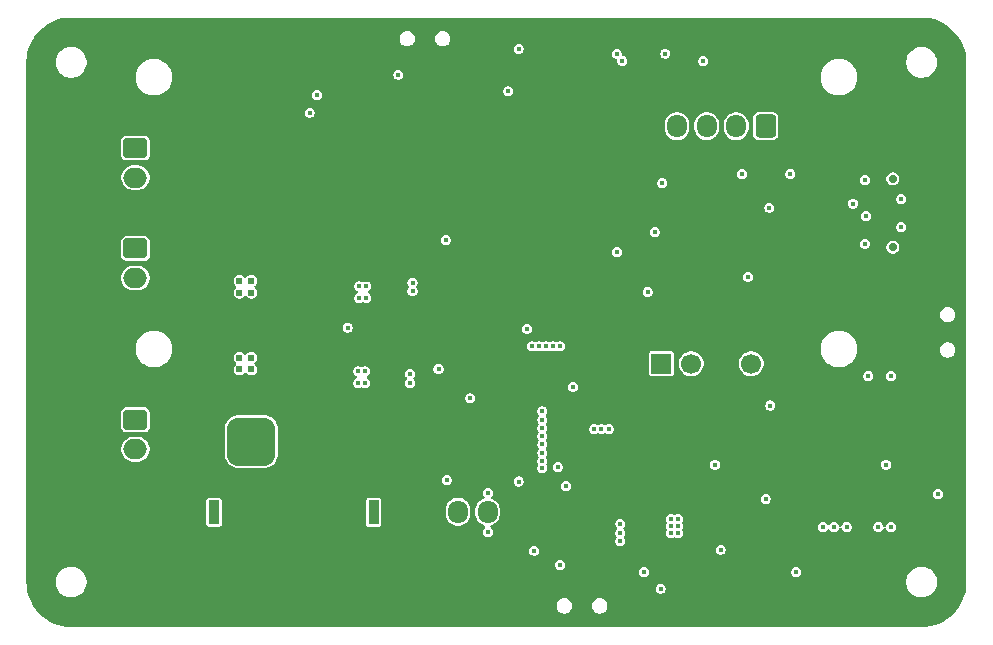
<source format=gbr>
%TF.GenerationSoftware,KiCad,Pcbnew,9.0.2*%
%TF.CreationDate,2025-12-01T07:49:57-05:00*%
%TF.ProjectId,VolleyBot,566f6c6c-6579-4426-9f74-2e6b69636164,rev?*%
%TF.SameCoordinates,Original*%
%TF.FileFunction,Copper,L2,Inr*%
%TF.FilePolarity,Positive*%
%FSLAX46Y46*%
G04 Gerber Fmt 4.6, Leading zero omitted, Abs format (unit mm)*
G04 Created by KiCad (PCBNEW 9.0.2) date 2025-12-01 07:49:57*
%MOMM*%
%LPD*%
G01*
G04 APERTURE LIST*
G04 Aperture macros list*
%AMRoundRect*
0 Rectangle with rounded corners*
0 $1 Rounding radius*
0 $2 $3 $4 $5 $6 $7 $8 $9 X,Y pos of 4 corners*
0 Add a 4 corners polygon primitive as box body*
4,1,4,$2,$3,$4,$5,$6,$7,$8,$9,$2,$3,0*
0 Add four circle primitives for the rounded corners*
1,1,$1+$1,$2,$3*
1,1,$1+$1,$4,$5*
1,1,$1+$1,$6,$7*
1,1,$1+$1,$8,$9*
0 Add four rect primitives between the rounded corners*
20,1,$1+$1,$2,$3,$4,$5,0*
20,1,$1+$1,$4,$5,$6,$7,0*
20,1,$1+$1,$6,$7,$8,$9,0*
20,1,$1+$1,$8,$9,$2,$3,0*%
G04 Aperture macros list end*
%TA.AperFunction,ComponentPad*%
%ADD10O,1.700000X1.950000*%
%TD*%
%TA.AperFunction,ComponentPad*%
%ADD11RoundRect,0.250000X0.600000X0.725000X-0.600000X0.725000X-0.600000X-0.725000X0.600000X-0.725000X0*%
%TD*%
%TA.AperFunction,ComponentPad*%
%ADD12O,1.800000X1.200000*%
%TD*%
%TA.AperFunction,ComponentPad*%
%ADD13O,2.000000X1.100000*%
%TD*%
%TA.AperFunction,ComponentPad*%
%ADD14C,0.700000*%
%TD*%
%TA.AperFunction,ComponentPad*%
%ADD15C,0.610000*%
%TD*%
%TA.AperFunction,ComponentPad*%
%ADD16C,1.700000*%
%TD*%
%TA.AperFunction,ComponentPad*%
%ADD17R,1.700000X1.700000*%
%TD*%
%TA.AperFunction,ComponentPad*%
%ADD18RoundRect,0.250000X-0.750000X0.600000X-0.750000X-0.600000X0.750000X-0.600000X0.750000X0.600000X0*%
%TD*%
%TA.AperFunction,ComponentPad*%
%ADD19O,2.000000X1.700000*%
%TD*%
%TA.AperFunction,ComponentPad*%
%ADD20RoundRect,0.250000X-0.600000X-0.725000X0.600000X-0.725000X0.600000X0.725000X-0.600000X0.725000X0*%
%TD*%
%TA.AperFunction,ComponentPad*%
%ADD21R,0.900000X2.000000*%
%TD*%
%TA.AperFunction,ComponentPad*%
%ADD22RoundRect,1.025000X1.025000X1.025000X-1.025000X1.025000X-1.025000X-1.025000X1.025000X-1.025000X0*%
%TD*%
%TA.AperFunction,ComponentPad*%
%ADD23C,4.100000*%
%TD*%
%TA.AperFunction,ViaPad*%
%ADD24C,0.450000*%
%TD*%
G04 APERTURE END LIST*
D10*
%TO.N,-BATT*%
%TO.C,J2*%
X126300000Y-73645000D03*
%TO.N,/NRST*%
X128800000Y-73645000D03*
%TO.N,/SWDIO*%
X131300000Y-73645000D03*
%TO.N,/SWCLK*%
X133800000Y-73645000D03*
D11*
%TO.N,+3.3V*%
X136300000Y-73645000D03*
%TD*%
D12*
%TO.N,-BATT*%
%TO.C,USB2*%
X150760000Y-76680000D03*
D13*
X146550000Y-76680000D03*
D12*
X150760000Y-85320000D03*
D13*
X146550000Y-85320000D03*
D14*
%TO.N,*%
X147080000Y-78110000D03*
X147080000Y-83890000D03*
%TD*%
D15*
%TO.N,*%
%TO.C,U2*%
X92750000Y-86750000D03*
X92750000Y-87750000D03*
X91750000Y-86750000D03*
X91750000Y-87750000D03*
%TD*%
%TO.N,*%
%TO.C,U3*%
X92750000Y-93250000D03*
X92750000Y-94250000D03*
X91750000Y-93250000D03*
X91750000Y-94250000D03*
%TD*%
D16*
%TO.N,/PI_POWER*%
%TO.C,J1*%
X135080000Y-93750000D03*
%TO.N,-BATT*%
X132540000Y-93750000D03*
%TO.N,/USART1_RX*%
X130000000Y-93750000D03*
D17*
%TO.N,/USART1_TX*%
X127460000Y-93750000D03*
%TD*%
D18*
%TO.N,Net-(J7-Pin_1)*%
%TO.C,J7*%
X82945000Y-98500000D03*
D19*
%TO.N,Net-(J7-Pin_2)*%
X82945000Y-101000000D03*
%TD*%
D18*
%TO.N,Net-(J6-Pin_1)*%
%TO.C,J6*%
X82945000Y-84000000D03*
D19*
%TO.N,Net-(J6-Pin_2)*%
X82945000Y-86500000D03*
%TD*%
D18*
%TO.N,Net-(J5-Pin_1)*%
%TO.C,J5*%
X82945000Y-75500000D03*
D19*
%TO.N,Net-(J5-Pin_2)*%
X82945000Y-78000000D03*
%TD*%
D20*
%TO.N,-BATT*%
%TO.C,J4*%
X107750000Y-106305000D03*
D10*
%TO.N,Net-(J4-Pin_2)*%
X110250000Y-106305000D03*
%TO.N,+BATT*%
X112750000Y-106305000D03*
%TD*%
D21*
%TO.N,*%
%TO.C,J3*%
X103100000Y-106350000D03*
X89600000Y-106350000D03*
D22*
%TO.N,+BATT*%
X92750000Y-100350000D03*
D23*
%TO.N,-BATT*%
X99950000Y-100350000D03*
%TD*%
D24*
%TO.N,-BATT*%
X113150000Y-102250000D03*
X113150000Y-98800000D03*
%TO.N,/NSLEEP2*%
X100900000Y-90700000D03*
X109200000Y-83300000D03*
%TO.N,+3.3V*%
X136300000Y-105200000D03*
X132000000Y-102300000D03*
%TO.N,/5.55V*%
X150900000Y-104800000D03*
X146500000Y-102300000D03*
%TO.N,-BATT*%
X139400000Y-98500000D03*
X137500000Y-101300000D03*
X128000000Y-105450000D03*
X127150000Y-105450000D03*
X126250000Y-105450000D03*
X120950000Y-104150000D03*
%TO.N,/BATT+_IN*%
X141150000Y-107600000D03*
X146900000Y-107600000D03*
X145850000Y-107600000D03*
X143150000Y-107600000D03*
X142100000Y-107600000D03*
%TO.N,-BATT*%
X149450000Y-109550000D03*
%TO.N,+BATT*%
X112800000Y-108000000D03*
%TO.N,-BATT*%
X133500000Y-70100000D03*
X130700000Y-70100000D03*
X128100000Y-70100000D03*
%TO.N,+3.3V*%
X127550000Y-78450000D03*
%TO.N,-BATT*%
X143050000Y-113150000D03*
X129700000Y-114500000D03*
X136500000Y-112850000D03*
X126800000Y-113900000D03*
%TO.N,+3.3V*%
X134800000Y-86400000D03*
%TO.N,+BATT*%
X109300000Y-103600000D03*
%TO.N,+5V*%
X145000000Y-94800000D03*
X146900000Y-94800000D03*
%TO.N,-BATT*%
X127100000Y-88300000D03*
%TO.N,/BATT+_IN*%
X126300000Y-87700000D03*
X119400000Y-104100000D03*
%TO.N,VBUS*%
X108600000Y-94200000D03*
X111300000Y-96700000D03*
%TO.N,-BATT*%
X117900000Y-74200000D03*
X113500000Y-68800000D03*
%TO.N,+3.3V*%
X98300000Y-71000000D03*
X97700000Y-72500000D03*
X105200000Y-69300000D03*
X114500000Y-70700000D03*
X138400000Y-77700000D03*
%TO.N,+3.3VA*%
X123000000Y-99300000D03*
X122400000Y-99300000D03*
X121800000Y-99300000D03*
%TO.N,VBUS*%
X147787621Y-79812379D03*
X147787621Y-82187621D03*
X144700000Y-83600000D03*
X144700000Y-78200000D03*
X132500000Y-109500000D03*
%TO.N,/BATT+_IN*%
X128900000Y-108100000D03*
X128300000Y-108100000D03*
X128900000Y-107500000D03*
X128300000Y-107500000D03*
X128900000Y-106900000D03*
X128300000Y-106900000D03*
X102400000Y-94400000D03*
X102400000Y-95400000D03*
X101800000Y-95400000D03*
X101800000Y-94400000D03*
X102500000Y-88200000D03*
X102500000Y-87200000D03*
X101900000Y-88200000D03*
X101900000Y-87200000D03*
%TO.N,+BATT*%
X112800000Y-104700000D03*
%TO.N,VBUS*%
X124000000Y-108800000D03*
X124000000Y-108100000D03*
X124000000Y-107300000D03*
%TO.N,+3.3VA*%
X115400000Y-67100000D03*
X123700000Y-84300000D03*
%TO.N,VBUS*%
X106400000Y-87600000D03*
X106400000Y-86900000D03*
X106200000Y-95400000D03*
X106200000Y-94600000D03*
X117400000Y-102600000D03*
X117400000Y-102000000D03*
X117400000Y-101300000D03*
X117400000Y-100600000D03*
X117400000Y-99900000D03*
X117400000Y-99200000D03*
X117400000Y-98500000D03*
X117400000Y-97800000D03*
%TO.N,Net-(U7-VBATM)*%
X120000000Y-95700000D03*
%TO.N,+BATT*%
X118900000Y-92300000D03*
X118300000Y-92300000D03*
X117700000Y-92300000D03*
X117100000Y-92300000D03*
X116500000Y-92300000D03*
%TO.N,/PI_POWER*%
X138900000Y-111400000D03*
X136700000Y-97300000D03*
%TO.N,Net-(J4-Pin_2)*%
X115400000Y-103735000D03*
X118700000Y-102500000D03*
%TO.N,+BATT*%
X126000000Y-111400000D03*
X127400000Y-112800000D03*
%TO.N,Net-(Q2-G)*%
X116700000Y-109600000D03*
X118900000Y-110800000D03*
%TO.N,/SWDIO*%
X136600000Y-80550000D03*
%TO.N,/SWCLK*%
X134300000Y-77700000D03*
%TO.N,/SPI1_NSS*%
X131026359Y-68126359D03*
X124173641Y-68126359D03*
%TO.N,/SPI1_CLK*%
X123682649Y-67517351D03*
X127800000Y-67500000D03*
%TO.N,/NRST*%
X126900000Y-82602000D03*
%TO.N,/USB_D+*%
X144800000Y-81250000D03*
X143700000Y-80200000D03*
%TO.N,Net-(U7-VBATM)*%
X116100000Y-90800000D03*
%TD*%
%TA.AperFunction,Conductor*%
%TO.N,-BATT*%
G36*
X149503032Y-64450649D02*
G01*
X149567797Y-64453830D01*
X149866338Y-64468497D01*
X149878440Y-64469689D01*
X150235230Y-64522613D01*
X150247140Y-64524982D01*
X150597046Y-64612629D01*
X150608663Y-64616154D01*
X150948275Y-64737669D01*
X150959497Y-64742317D01*
X151285582Y-64896543D01*
X151296290Y-64902267D01*
X151484308Y-65014961D01*
X151605659Y-65087696D01*
X151615777Y-65094456D01*
X151905488Y-65309321D01*
X151914894Y-65317041D01*
X152182146Y-65559264D01*
X152190735Y-65567853D01*
X152277459Y-65663538D01*
X152432958Y-65835105D01*
X152440678Y-65844511D01*
X152655543Y-66134222D01*
X152662303Y-66144340D01*
X152847725Y-66453697D01*
X152853460Y-66464425D01*
X152893048Y-66548127D01*
X153007679Y-66790495D01*
X153012334Y-66801734D01*
X153126515Y-67120849D01*
X153133840Y-67141319D01*
X153137373Y-67152964D01*
X153225014Y-67502846D01*
X153227388Y-67514782D01*
X153280309Y-67871555D01*
X153281502Y-67883664D01*
X153299351Y-68246967D01*
X153299500Y-68253052D01*
X153299500Y-112246947D01*
X153299351Y-112253032D01*
X153281502Y-112616335D01*
X153280309Y-112628444D01*
X153227388Y-112985217D01*
X153225014Y-112997153D01*
X153137373Y-113347035D01*
X153133840Y-113358680D01*
X153012335Y-113698262D01*
X153007679Y-113709504D01*
X152853462Y-114035570D01*
X152847725Y-114046302D01*
X152662303Y-114355659D01*
X152655543Y-114365777D01*
X152440678Y-114655488D01*
X152432958Y-114664894D01*
X152190743Y-114932138D01*
X152182138Y-114940743D01*
X151914894Y-115182958D01*
X151905488Y-115190678D01*
X151615777Y-115405543D01*
X151605659Y-115412303D01*
X151296302Y-115597725D01*
X151285570Y-115603462D01*
X150959504Y-115757679D01*
X150948262Y-115762335D01*
X150608680Y-115883840D01*
X150597035Y-115887373D01*
X150247153Y-115975014D01*
X150235217Y-115977388D01*
X149878444Y-116030309D01*
X149866335Y-116031502D01*
X149503033Y-116049351D01*
X149496948Y-116049500D01*
X77503052Y-116049500D01*
X77496967Y-116049351D01*
X77133664Y-116031502D01*
X77121555Y-116030309D01*
X76764782Y-115977388D01*
X76752846Y-115975014D01*
X76402964Y-115887373D01*
X76391323Y-115883841D01*
X76051734Y-115762334D01*
X76040495Y-115757679D01*
X75714429Y-115603462D01*
X75703702Y-115597727D01*
X75394340Y-115412303D01*
X75384222Y-115405543D01*
X75094511Y-115190678D01*
X75085105Y-115182958D01*
X75042479Y-115144324D01*
X74817853Y-114940735D01*
X74809264Y-114932146D01*
X74567041Y-114664894D01*
X74559321Y-114655488D01*
X74494534Y-114568133D01*
X74344454Y-114365774D01*
X74337696Y-114355659D01*
X74318763Y-114324071D01*
X118599499Y-114324071D01*
X118624497Y-114449738D01*
X118624499Y-114449744D01*
X118673533Y-114568124D01*
X118673538Y-114568133D01*
X118744723Y-114674668D01*
X118744726Y-114674672D01*
X118835327Y-114765273D01*
X118835331Y-114765276D01*
X118941866Y-114836461D01*
X118941872Y-114836464D01*
X118941873Y-114836465D01*
X119060256Y-114885501D01*
X119060260Y-114885501D01*
X119060261Y-114885502D01*
X119185928Y-114910500D01*
X119185931Y-114910500D01*
X119314071Y-114910500D01*
X119398615Y-114893682D01*
X119439744Y-114885501D01*
X119558127Y-114836465D01*
X119664669Y-114765276D01*
X119755276Y-114674669D01*
X119826465Y-114568127D01*
X119875501Y-114449744D01*
X119900500Y-114324071D01*
X121599499Y-114324071D01*
X121624497Y-114449738D01*
X121624499Y-114449744D01*
X121673533Y-114568124D01*
X121673538Y-114568133D01*
X121744723Y-114674668D01*
X121744726Y-114674672D01*
X121835327Y-114765273D01*
X121835331Y-114765276D01*
X121941866Y-114836461D01*
X121941872Y-114836464D01*
X121941873Y-114836465D01*
X122060256Y-114885501D01*
X122060260Y-114885501D01*
X122060261Y-114885502D01*
X122185928Y-114910500D01*
X122185931Y-114910500D01*
X122314071Y-114910500D01*
X122398615Y-114893682D01*
X122439744Y-114885501D01*
X122558127Y-114836465D01*
X122664669Y-114765276D01*
X122755276Y-114674669D01*
X122826465Y-114568127D01*
X122875501Y-114449744D01*
X122900500Y-114324069D01*
X122900500Y-114195931D01*
X122900500Y-114195928D01*
X122875502Y-114070261D01*
X122875501Y-114070260D01*
X122875501Y-114070256D01*
X122826465Y-113951873D01*
X122826464Y-113951872D01*
X122826461Y-113951866D01*
X122755276Y-113845331D01*
X122755273Y-113845327D01*
X122664672Y-113754726D01*
X122664668Y-113754723D01*
X122558133Y-113683538D01*
X122558124Y-113683533D01*
X122439744Y-113634499D01*
X122439738Y-113634497D01*
X122314071Y-113609500D01*
X122314069Y-113609500D01*
X122185931Y-113609500D01*
X122185929Y-113609500D01*
X122060261Y-113634497D01*
X122060255Y-113634499D01*
X121941875Y-113683533D01*
X121941866Y-113683538D01*
X121835331Y-113754723D01*
X121835327Y-113754726D01*
X121744726Y-113845327D01*
X121744723Y-113845331D01*
X121673538Y-113951866D01*
X121673533Y-113951875D01*
X121624499Y-114070255D01*
X121624497Y-114070261D01*
X121599500Y-114195928D01*
X121599500Y-114195931D01*
X121599500Y-114324069D01*
X121599500Y-114324071D01*
X121599499Y-114324071D01*
X119900500Y-114324071D01*
X119900500Y-114324069D01*
X119900500Y-114195931D01*
X119900500Y-114195928D01*
X119875502Y-114070261D01*
X119875501Y-114070260D01*
X119875501Y-114070256D01*
X119826465Y-113951873D01*
X119826464Y-113951872D01*
X119826461Y-113951866D01*
X119755276Y-113845331D01*
X119755273Y-113845327D01*
X119664672Y-113754726D01*
X119664668Y-113754723D01*
X119558133Y-113683538D01*
X119558124Y-113683533D01*
X119439744Y-113634499D01*
X119439738Y-113634497D01*
X119314071Y-113609500D01*
X119314069Y-113609500D01*
X119185931Y-113609500D01*
X119185929Y-113609500D01*
X119060261Y-113634497D01*
X119060255Y-113634499D01*
X118941875Y-113683533D01*
X118941866Y-113683538D01*
X118835331Y-113754723D01*
X118835327Y-113754726D01*
X118744726Y-113845327D01*
X118744723Y-113845331D01*
X118673538Y-113951866D01*
X118673533Y-113951875D01*
X118624499Y-114070255D01*
X118624497Y-114070261D01*
X118599500Y-114195928D01*
X118599500Y-114195931D01*
X118599500Y-114324069D01*
X118599500Y-114324071D01*
X118599499Y-114324071D01*
X74318763Y-114324071D01*
X74302037Y-114296166D01*
X74152267Y-114046290D01*
X74146543Y-114035582D01*
X73992317Y-113709497D01*
X73987669Y-113698275D01*
X73866154Y-113358663D01*
X73862629Y-113347046D01*
X73774982Y-112997140D01*
X73772613Y-112985230D01*
X73719689Y-112628440D01*
X73718497Y-112616334D01*
X73700649Y-112253031D01*
X73700500Y-112246947D01*
X73700500Y-112147648D01*
X76199500Y-112147648D01*
X76199500Y-112352351D01*
X76231522Y-112554534D01*
X76294781Y-112749223D01*
X76387715Y-112931613D01*
X76508028Y-113097213D01*
X76652786Y-113241971D01*
X76797397Y-113347035D01*
X76818390Y-113362287D01*
X76934607Y-113421503D01*
X77000776Y-113455218D01*
X77000778Y-113455218D01*
X77000781Y-113455220D01*
X77105137Y-113489127D01*
X77195465Y-113518477D01*
X77296557Y-113534488D01*
X77397648Y-113550500D01*
X77397649Y-113550500D01*
X77602351Y-113550500D01*
X77602352Y-113550500D01*
X77804534Y-113518477D01*
X77999219Y-113455220D01*
X78181610Y-113362287D01*
X78274590Y-113294732D01*
X78347213Y-113241971D01*
X78347215Y-113241968D01*
X78347219Y-113241966D01*
X78491966Y-113097219D01*
X78491968Y-113097215D01*
X78491971Y-113097213D01*
X78544732Y-113024590D01*
X78612287Y-112931610D01*
X78705220Y-112749219D01*
X78706922Y-112743982D01*
X126974500Y-112743982D01*
X126974500Y-112856018D01*
X127003497Y-112964237D01*
X127059515Y-113061263D01*
X127138737Y-113140485D01*
X127235763Y-113196503D01*
X127343982Y-113225500D01*
X127343984Y-113225500D01*
X127456016Y-113225500D01*
X127456018Y-113225500D01*
X127564237Y-113196503D01*
X127661263Y-113140485D01*
X127740485Y-113061263D01*
X127796503Y-112964237D01*
X127825500Y-112856018D01*
X127825500Y-112743982D01*
X127796503Y-112635763D01*
X127740485Y-112538737D01*
X127661263Y-112459515D01*
X127564237Y-112403497D01*
X127456018Y-112374500D01*
X127343982Y-112374500D01*
X127235763Y-112403497D01*
X127235760Y-112403498D01*
X127138740Y-112459513D01*
X127138734Y-112459517D01*
X127059517Y-112538734D01*
X127059513Y-112538740D01*
X127003498Y-112635760D01*
X127003497Y-112635763D01*
X126974500Y-112743982D01*
X78706922Y-112743982D01*
X78768477Y-112554534D01*
X78800500Y-112352352D01*
X78800500Y-112147648D01*
X148199500Y-112147648D01*
X148199500Y-112352351D01*
X148231522Y-112554534D01*
X148294781Y-112749223D01*
X148387715Y-112931613D01*
X148508028Y-113097213D01*
X148652786Y-113241971D01*
X148797397Y-113347035D01*
X148818390Y-113362287D01*
X148934607Y-113421503D01*
X149000776Y-113455218D01*
X149000778Y-113455218D01*
X149000781Y-113455220D01*
X149105137Y-113489127D01*
X149195465Y-113518477D01*
X149296557Y-113534488D01*
X149397648Y-113550500D01*
X149397649Y-113550500D01*
X149602351Y-113550500D01*
X149602352Y-113550500D01*
X149804534Y-113518477D01*
X149999219Y-113455220D01*
X150181610Y-113362287D01*
X150274590Y-113294732D01*
X150347213Y-113241971D01*
X150347215Y-113241968D01*
X150347219Y-113241966D01*
X150491966Y-113097219D01*
X150491968Y-113097215D01*
X150491971Y-113097213D01*
X150544732Y-113024590D01*
X150612287Y-112931610D01*
X150705220Y-112749219D01*
X150768477Y-112554534D01*
X150800500Y-112352352D01*
X150800500Y-112147648D01*
X150768477Y-111945466D01*
X150705220Y-111750781D01*
X150705218Y-111750778D01*
X150705218Y-111750776D01*
X150659606Y-111661259D01*
X150612287Y-111568390D01*
X150604556Y-111557749D01*
X150491971Y-111402786D01*
X150347213Y-111258028D01*
X150181613Y-111137715D01*
X150181612Y-111137714D01*
X150181610Y-111137713D01*
X150124653Y-111108691D01*
X149999223Y-111044781D01*
X149804534Y-110981522D01*
X149629995Y-110953878D01*
X149602352Y-110949500D01*
X149397648Y-110949500D01*
X149373329Y-110953351D01*
X149195465Y-110981522D01*
X149000776Y-111044781D01*
X148818386Y-111137715D01*
X148652786Y-111258028D01*
X148508028Y-111402786D01*
X148387715Y-111568386D01*
X148294781Y-111750776D01*
X148231522Y-111945465D01*
X148199500Y-112147648D01*
X78800500Y-112147648D01*
X78768477Y-111945466D01*
X78705220Y-111750781D01*
X78705218Y-111750778D01*
X78705218Y-111750776D01*
X78659606Y-111661259D01*
X78612287Y-111568390D01*
X78604556Y-111557749D01*
X78491971Y-111402786D01*
X78433167Y-111343982D01*
X125574500Y-111343982D01*
X125574500Y-111456018D01*
X125603497Y-111564237D01*
X125659515Y-111661263D01*
X125738737Y-111740485D01*
X125835763Y-111796503D01*
X125943982Y-111825500D01*
X125943984Y-111825500D01*
X126056016Y-111825500D01*
X126056018Y-111825500D01*
X126164237Y-111796503D01*
X126261263Y-111740485D01*
X126340485Y-111661263D01*
X126396503Y-111564237D01*
X126425500Y-111456018D01*
X126425500Y-111343982D01*
X138474500Y-111343982D01*
X138474500Y-111456018D01*
X138503497Y-111564237D01*
X138559515Y-111661263D01*
X138638737Y-111740485D01*
X138735763Y-111796503D01*
X138843982Y-111825500D01*
X138843984Y-111825500D01*
X138956016Y-111825500D01*
X138956018Y-111825500D01*
X139064237Y-111796503D01*
X139161263Y-111740485D01*
X139240485Y-111661263D01*
X139296503Y-111564237D01*
X139325500Y-111456018D01*
X139325500Y-111343982D01*
X139296503Y-111235763D01*
X139240485Y-111138737D01*
X139161263Y-111059515D01*
X139064237Y-111003497D01*
X138956018Y-110974500D01*
X138843982Y-110974500D01*
X138735763Y-111003497D01*
X138735760Y-111003498D01*
X138638740Y-111059513D01*
X138638734Y-111059517D01*
X138559517Y-111138734D01*
X138559513Y-111138740D01*
X138503498Y-111235760D01*
X138503497Y-111235763D01*
X138474500Y-111343982D01*
X126425500Y-111343982D01*
X126396503Y-111235763D01*
X126340485Y-111138737D01*
X126261263Y-111059515D01*
X126164237Y-111003497D01*
X126056018Y-110974500D01*
X125943982Y-110974500D01*
X125835763Y-111003497D01*
X125835760Y-111003498D01*
X125738740Y-111059513D01*
X125738734Y-111059517D01*
X125659517Y-111138734D01*
X125659513Y-111138740D01*
X125603498Y-111235760D01*
X125603497Y-111235763D01*
X125574500Y-111343982D01*
X78433167Y-111343982D01*
X78347213Y-111258028D01*
X78181613Y-111137715D01*
X78181612Y-111137714D01*
X78181610Y-111137713D01*
X78124653Y-111108691D01*
X77999223Y-111044781D01*
X77804534Y-110981522D01*
X77629995Y-110953878D01*
X77602352Y-110949500D01*
X77397648Y-110949500D01*
X77373329Y-110953351D01*
X77195465Y-110981522D01*
X77000776Y-111044781D01*
X76818386Y-111137715D01*
X76652786Y-111258028D01*
X76508028Y-111402786D01*
X76387715Y-111568386D01*
X76294781Y-111750776D01*
X76231522Y-111945465D01*
X76199500Y-112147648D01*
X73700500Y-112147648D01*
X73700500Y-110743982D01*
X118474500Y-110743982D01*
X118474500Y-110856018D01*
X118499549Y-110949500D01*
X118503497Y-110964236D01*
X118503498Y-110964239D01*
X118513477Y-110981523D01*
X118559515Y-111061263D01*
X118638737Y-111140485D01*
X118735763Y-111196503D01*
X118843982Y-111225500D01*
X118843984Y-111225500D01*
X118956016Y-111225500D01*
X118956018Y-111225500D01*
X119064237Y-111196503D01*
X119161263Y-111140485D01*
X119240485Y-111061263D01*
X119296503Y-110964237D01*
X119325500Y-110856018D01*
X119325500Y-110743982D01*
X119296503Y-110635763D01*
X119240485Y-110538737D01*
X119161263Y-110459515D01*
X119064237Y-110403497D01*
X118956018Y-110374500D01*
X118843982Y-110374500D01*
X118735763Y-110403497D01*
X118735760Y-110403498D01*
X118638740Y-110459513D01*
X118638734Y-110459517D01*
X118559517Y-110538734D01*
X118559513Y-110538740D01*
X118503498Y-110635760D01*
X118503497Y-110635763D01*
X118474500Y-110743982D01*
X73700500Y-110743982D01*
X73700500Y-109543982D01*
X116274500Y-109543982D01*
X116274500Y-109656018D01*
X116303497Y-109764237D01*
X116359515Y-109861263D01*
X116438737Y-109940485D01*
X116535763Y-109996503D01*
X116643982Y-110025500D01*
X116643984Y-110025500D01*
X116756016Y-110025500D01*
X116756018Y-110025500D01*
X116864237Y-109996503D01*
X116961263Y-109940485D01*
X117040485Y-109861263D01*
X117096503Y-109764237D01*
X117125500Y-109656018D01*
X117125500Y-109543982D01*
X117098705Y-109443982D01*
X132074500Y-109443982D01*
X132074500Y-109556018D01*
X132103497Y-109664237D01*
X132159515Y-109761263D01*
X132238737Y-109840485D01*
X132335763Y-109896503D01*
X132443982Y-109925500D01*
X132443984Y-109925500D01*
X132556016Y-109925500D01*
X132556018Y-109925500D01*
X132664237Y-109896503D01*
X132761263Y-109840485D01*
X132840485Y-109761263D01*
X132896503Y-109664237D01*
X132925500Y-109556018D01*
X132925500Y-109443982D01*
X132896503Y-109335763D01*
X132840485Y-109238737D01*
X132761263Y-109159515D01*
X132664237Y-109103497D01*
X132556018Y-109074500D01*
X132443982Y-109074500D01*
X132335763Y-109103497D01*
X132335760Y-109103498D01*
X132238740Y-109159513D01*
X132238734Y-109159517D01*
X132159517Y-109238734D01*
X132159513Y-109238740D01*
X132103498Y-109335760D01*
X132103497Y-109335763D01*
X132074500Y-109443982D01*
X117098705Y-109443982D01*
X117096503Y-109435763D01*
X117040485Y-109338737D01*
X116961263Y-109259515D01*
X116864237Y-109203497D01*
X116756018Y-109174500D01*
X116643982Y-109174500D01*
X116535763Y-109203497D01*
X116535760Y-109203498D01*
X116438740Y-109259513D01*
X116438734Y-109259517D01*
X116359517Y-109338734D01*
X116359513Y-109338740D01*
X116303498Y-109435760D01*
X116303497Y-109435763D01*
X116274500Y-109543982D01*
X73700500Y-109543982D01*
X73700500Y-105330247D01*
X88949500Y-105330247D01*
X88949500Y-107369752D01*
X88961131Y-107428229D01*
X88961132Y-107428230D01*
X89005447Y-107494552D01*
X89071769Y-107538867D01*
X89071770Y-107538868D01*
X89130247Y-107550499D01*
X89130250Y-107550500D01*
X89130252Y-107550500D01*
X90069750Y-107550500D01*
X90069751Y-107550499D01*
X90084568Y-107547552D01*
X90128229Y-107538868D01*
X90128229Y-107538867D01*
X90128231Y-107538867D01*
X90194552Y-107494552D01*
X90238867Y-107428231D01*
X90238867Y-107428229D01*
X90238868Y-107428229D01*
X90250499Y-107369752D01*
X90250500Y-107369750D01*
X90250500Y-105330249D01*
X90250499Y-105330247D01*
X102449500Y-105330247D01*
X102449500Y-107369752D01*
X102461131Y-107428229D01*
X102461132Y-107428230D01*
X102505447Y-107494552D01*
X102571769Y-107538867D01*
X102571770Y-107538868D01*
X102630247Y-107550499D01*
X102630250Y-107550500D01*
X102630252Y-107550500D01*
X103569750Y-107550500D01*
X103569751Y-107550499D01*
X103584568Y-107547552D01*
X103628229Y-107538868D01*
X103628229Y-107538867D01*
X103628231Y-107538867D01*
X103694552Y-107494552D01*
X103738867Y-107428231D01*
X103738867Y-107428229D01*
X103738868Y-107428229D01*
X103750499Y-107369752D01*
X103750500Y-107369750D01*
X103750500Y-106076530D01*
X109199500Y-106076530D01*
X109199500Y-106533469D01*
X109239739Y-106735763D01*
X109239870Y-106736420D01*
X109319059Y-106927598D01*
X109376541Y-107013626D01*
X109434024Y-107099657D01*
X109580342Y-107245975D01*
X109580345Y-107245977D01*
X109752402Y-107360941D01*
X109943580Y-107440130D01*
X110141206Y-107479440D01*
X110146530Y-107480499D01*
X110146534Y-107480500D01*
X110146535Y-107480500D01*
X110353466Y-107480500D01*
X110353467Y-107480499D01*
X110556420Y-107440130D01*
X110747598Y-107360941D01*
X110919655Y-107245977D01*
X111065977Y-107099655D01*
X111180941Y-106927598D01*
X111260130Y-106736420D01*
X111300500Y-106533465D01*
X111300500Y-106076535D01*
X111300499Y-106076530D01*
X111699500Y-106076530D01*
X111699500Y-106533469D01*
X111739739Y-106735763D01*
X111739870Y-106736420D01*
X111819059Y-106927598D01*
X111876541Y-107013626D01*
X111934024Y-107099657D01*
X112080342Y-107245975D01*
X112080345Y-107245977D01*
X112252402Y-107360941D01*
X112443580Y-107440130D01*
X112478406Y-107447057D01*
X112540316Y-107479440D01*
X112574891Y-107540155D01*
X112571153Y-107609925D01*
X112541897Y-107656355D01*
X112459514Y-107738738D01*
X112459513Y-107738740D01*
X112403498Y-107835760D01*
X112403497Y-107835763D01*
X112374500Y-107943982D01*
X112374500Y-108056018D01*
X112403497Y-108164237D01*
X112459515Y-108261263D01*
X112538737Y-108340485D01*
X112635763Y-108396503D01*
X112743982Y-108425500D01*
X112743984Y-108425500D01*
X112856016Y-108425500D01*
X112856018Y-108425500D01*
X112964237Y-108396503D01*
X113061263Y-108340485D01*
X113140485Y-108261263D01*
X113196503Y-108164237D01*
X113225500Y-108056018D01*
X113225500Y-107943982D01*
X113196503Y-107835763D01*
X113140485Y-107738737D01*
X113061263Y-107659515D01*
X113061261Y-107659514D01*
X113061259Y-107659512D01*
X113055745Y-107656329D01*
X113007530Y-107605761D01*
X112994309Y-107537153D01*
X113020278Y-107472289D01*
X113070292Y-107434383D01*
X113192042Y-107383953D01*
X113247594Y-107360943D01*
X113247595Y-107360942D01*
X113247598Y-107360941D01*
X113419655Y-107245977D01*
X113421650Y-107243982D01*
X123574500Y-107243982D01*
X123574500Y-107356018D01*
X123603497Y-107464237D01*
X123659515Y-107561263D01*
X123659517Y-107561265D01*
X123710571Y-107612319D01*
X123744056Y-107673642D01*
X123739072Y-107743334D01*
X123710571Y-107787681D01*
X123659517Y-107838734D01*
X123659513Y-107838740D01*
X123603498Y-107935760D01*
X123603497Y-107935763D01*
X123574500Y-108043982D01*
X123574500Y-108156018D01*
X123603497Y-108264237D01*
X123659515Y-108361263D01*
X123659517Y-108361265D01*
X123660577Y-108362325D01*
X123661184Y-108363437D01*
X123664462Y-108367709D01*
X123663795Y-108368220D01*
X123694057Y-108423651D01*
X123689068Y-108493342D01*
X123664177Y-108532072D01*
X123664462Y-108532291D01*
X123661847Y-108535698D01*
X123660577Y-108537675D01*
X123659517Y-108538734D01*
X123659513Y-108538740D01*
X123603498Y-108635760D01*
X123603497Y-108635763D01*
X123574500Y-108743982D01*
X123574500Y-108856018D01*
X123603497Y-108964237D01*
X123659515Y-109061263D01*
X123738737Y-109140485D01*
X123835763Y-109196503D01*
X123943982Y-109225500D01*
X123943984Y-109225500D01*
X124056016Y-109225500D01*
X124056018Y-109225500D01*
X124164237Y-109196503D01*
X124261263Y-109140485D01*
X124340485Y-109061263D01*
X124396503Y-108964237D01*
X124425500Y-108856018D01*
X124425500Y-108743982D01*
X124396503Y-108635763D01*
X124340485Y-108538737D01*
X124339429Y-108537681D01*
X124338824Y-108536573D01*
X124335538Y-108532291D01*
X124336205Y-108531778D01*
X124305944Y-108476358D01*
X124310928Y-108406666D01*
X124335823Y-108367928D01*
X124335538Y-108367709D01*
X124338165Y-108364284D01*
X124339429Y-108362319D01*
X124340485Y-108361263D01*
X124396503Y-108264237D01*
X124425500Y-108156018D01*
X124425500Y-108043982D01*
X124396503Y-107935763D01*
X124340485Y-107838737D01*
X124289429Y-107787681D01*
X124255944Y-107726358D01*
X124260928Y-107656666D01*
X124289429Y-107612319D01*
X124298251Y-107603497D01*
X124340485Y-107561263D01*
X124396503Y-107464237D01*
X124425500Y-107356018D01*
X124425500Y-107243982D01*
X124396503Y-107135763D01*
X124340485Y-107038737D01*
X124261263Y-106959515D01*
X124164237Y-106903497D01*
X124056018Y-106874500D01*
X123943982Y-106874500D01*
X123835763Y-106903497D01*
X123835760Y-106903498D01*
X123738740Y-106959513D01*
X123738734Y-106959517D01*
X123659517Y-107038734D01*
X123659513Y-107038740D01*
X123603498Y-107135760D01*
X123603497Y-107135763D01*
X123574500Y-107243982D01*
X113421650Y-107243982D01*
X113465632Y-107200000D01*
X113517459Y-107148174D01*
X113565974Y-107099658D01*
X113565975Y-107099657D01*
X113565977Y-107099655D01*
X113680941Y-106927598D01*
X113715576Y-106843982D01*
X127874500Y-106843982D01*
X127874500Y-106956018D01*
X127896665Y-107038737D01*
X127903497Y-107064236D01*
X127903498Y-107064239D01*
X127946084Y-107138000D01*
X127962557Y-107205900D01*
X127946084Y-107262000D01*
X127903498Y-107335760D01*
X127903497Y-107335763D01*
X127874500Y-107443982D01*
X127874500Y-107556018D01*
X127902233Y-107659517D01*
X127903497Y-107664236D01*
X127903498Y-107664239D01*
X127946084Y-107738000D01*
X127962557Y-107805900D01*
X127946084Y-107862000D01*
X127903498Y-107935760D01*
X127903497Y-107935763D01*
X127874500Y-108043982D01*
X127874500Y-108156018D01*
X127903497Y-108264237D01*
X127959515Y-108361263D01*
X128038737Y-108440485D01*
X128135763Y-108496503D01*
X128243982Y-108525500D01*
X128243984Y-108525500D01*
X128356016Y-108525500D01*
X128356018Y-108525500D01*
X128464237Y-108496503D01*
X128538003Y-108453913D01*
X128605899Y-108437442D01*
X128661995Y-108453913D01*
X128735763Y-108496503D01*
X128843982Y-108525500D01*
X128843984Y-108525500D01*
X128956016Y-108525500D01*
X128956018Y-108525500D01*
X129064237Y-108496503D01*
X129161263Y-108440485D01*
X129240485Y-108361263D01*
X129296503Y-108264237D01*
X129325500Y-108156018D01*
X129325500Y-108043982D01*
X129296503Y-107935763D01*
X129253913Y-107861996D01*
X129237442Y-107794101D01*
X129253913Y-107738004D01*
X129296503Y-107664237D01*
X129325500Y-107556018D01*
X129325500Y-107543982D01*
X140724500Y-107543982D01*
X140724500Y-107656018D01*
X140746665Y-107738737D01*
X140753497Y-107764236D01*
X140753498Y-107764239D01*
X140761907Y-107778804D01*
X140809515Y-107861263D01*
X140888737Y-107940485D01*
X140985763Y-107996503D01*
X141093982Y-108025500D01*
X141093984Y-108025500D01*
X141206016Y-108025500D01*
X141206018Y-108025500D01*
X141314237Y-107996503D01*
X141411263Y-107940485D01*
X141490485Y-107861263D01*
X141517614Y-107814273D01*
X141568179Y-107766060D01*
X141636786Y-107752836D01*
X141701651Y-107778804D01*
X141732385Y-107814272D01*
X141759515Y-107861263D01*
X141838737Y-107940485D01*
X141935763Y-107996503D01*
X142043982Y-108025500D01*
X142043984Y-108025500D01*
X142156016Y-108025500D01*
X142156018Y-108025500D01*
X142264237Y-107996503D01*
X142361263Y-107940485D01*
X142440485Y-107861263D01*
X142496503Y-107764237D01*
X142505225Y-107731682D01*
X142541590Y-107672023D01*
X142604436Y-107641494D01*
X142673812Y-107649788D01*
X142727690Y-107694274D01*
X142744773Y-107731681D01*
X142750442Y-107752836D01*
X142753497Y-107764236D01*
X142753498Y-107764239D01*
X142761907Y-107778804D01*
X142809515Y-107861263D01*
X142888737Y-107940485D01*
X142985763Y-107996503D01*
X143093982Y-108025500D01*
X143093984Y-108025500D01*
X143206016Y-108025500D01*
X143206018Y-108025500D01*
X143314237Y-107996503D01*
X143411263Y-107940485D01*
X143490485Y-107861263D01*
X143546503Y-107764237D01*
X143575500Y-107656018D01*
X143575500Y-107543982D01*
X145424500Y-107543982D01*
X145424500Y-107656018D01*
X145446665Y-107738737D01*
X145453497Y-107764236D01*
X145453498Y-107764239D01*
X145461907Y-107778804D01*
X145509515Y-107861263D01*
X145588737Y-107940485D01*
X145685763Y-107996503D01*
X145793982Y-108025500D01*
X145793984Y-108025500D01*
X145906016Y-108025500D01*
X145906018Y-108025500D01*
X146014237Y-107996503D01*
X146111263Y-107940485D01*
X146190485Y-107861263D01*
X146246503Y-107764237D01*
X146255225Y-107731682D01*
X146291590Y-107672023D01*
X146354436Y-107641494D01*
X146423812Y-107649788D01*
X146477690Y-107694274D01*
X146494773Y-107731681D01*
X146500442Y-107752836D01*
X146503497Y-107764236D01*
X146503498Y-107764239D01*
X146511907Y-107778804D01*
X146559515Y-107861263D01*
X146638737Y-107940485D01*
X146735763Y-107996503D01*
X146843982Y-108025500D01*
X146843984Y-108025500D01*
X146956016Y-108025500D01*
X146956018Y-108025500D01*
X147064237Y-107996503D01*
X147161263Y-107940485D01*
X147240485Y-107861263D01*
X147296503Y-107764237D01*
X147325500Y-107656018D01*
X147325500Y-107543982D01*
X147296503Y-107435763D01*
X147240485Y-107338737D01*
X147161263Y-107259515D01*
X147064237Y-107203497D01*
X146956018Y-107174500D01*
X146843982Y-107174500D01*
X146735763Y-107203497D01*
X146735760Y-107203498D01*
X146638740Y-107259513D01*
X146638734Y-107259517D01*
X146559517Y-107338734D01*
X146559513Y-107338740D01*
X146503498Y-107435760D01*
X146503497Y-107435761D01*
X146501294Y-107443984D01*
X146495868Y-107464237D01*
X146494775Y-107468316D01*
X146458410Y-107527976D01*
X146395563Y-107558505D01*
X146326187Y-107550210D01*
X146272309Y-107505725D01*
X146255225Y-107468316D01*
X146254132Y-107464237D01*
X146246503Y-107435763D01*
X146190485Y-107338737D01*
X146111263Y-107259515D01*
X146014237Y-107203497D01*
X145906018Y-107174500D01*
X145793982Y-107174500D01*
X145685763Y-107203497D01*
X145685760Y-107203498D01*
X145588740Y-107259513D01*
X145588734Y-107259517D01*
X145509517Y-107338734D01*
X145509513Y-107338740D01*
X145453498Y-107435760D01*
X145453498Y-107435761D01*
X145453497Y-107435763D01*
X145424500Y-107543982D01*
X143575500Y-107543982D01*
X143546503Y-107435763D01*
X143490485Y-107338737D01*
X143411263Y-107259515D01*
X143314237Y-107203497D01*
X143206018Y-107174500D01*
X143093982Y-107174500D01*
X142985763Y-107203497D01*
X142985760Y-107203498D01*
X142888740Y-107259513D01*
X142888734Y-107259517D01*
X142809517Y-107338734D01*
X142809513Y-107338740D01*
X142753498Y-107435760D01*
X142753497Y-107435761D01*
X142751294Y-107443984D01*
X142745868Y-107464237D01*
X142744775Y-107468316D01*
X142708410Y-107527976D01*
X142645563Y-107558505D01*
X142576187Y-107550210D01*
X142522309Y-107505725D01*
X142505225Y-107468316D01*
X142504132Y-107464237D01*
X142496503Y-107435763D01*
X142440485Y-107338737D01*
X142361263Y-107259515D01*
X142264237Y-107203497D01*
X142156018Y-107174500D01*
X142043982Y-107174500D01*
X141935763Y-107203497D01*
X141935760Y-107203498D01*
X141838740Y-107259513D01*
X141838734Y-107259517D01*
X141759517Y-107338734D01*
X141759513Y-107338740D01*
X141732387Y-107385724D01*
X141681820Y-107433940D01*
X141613213Y-107447163D01*
X141548348Y-107421195D01*
X141517613Y-107385724D01*
X141516317Y-107383480D01*
X141490485Y-107338737D01*
X141411263Y-107259515D01*
X141314237Y-107203497D01*
X141206018Y-107174500D01*
X141093982Y-107174500D01*
X140985763Y-107203497D01*
X140985760Y-107203498D01*
X140888740Y-107259513D01*
X140888734Y-107259517D01*
X140809517Y-107338734D01*
X140809513Y-107338740D01*
X140753498Y-107435760D01*
X140753498Y-107435761D01*
X140753497Y-107435763D01*
X140724500Y-107543982D01*
X129325500Y-107543982D01*
X129325500Y-107443982D01*
X129296503Y-107335763D01*
X129253913Y-107261996D01*
X129237442Y-107194101D01*
X129253913Y-107138004D01*
X129296503Y-107064237D01*
X129325500Y-106956018D01*
X129325500Y-106843982D01*
X129296503Y-106735763D01*
X129240485Y-106638737D01*
X129161263Y-106559515D01*
X129064237Y-106503497D01*
X128956018Y-106474500D01*
X128843982Y-106474500D01*
X128735763Y-106503497D01*
X128735760Y-106503498D01*
X128662000Y-106546084D01*
X128594100Y-106562557D01*
X128538000Y-106546084D01*
X128464239Y-106503498D01*
X128464238Y-106503497D01*
X128464237Y-106503497D01*
X128356018Y-106474500D01*
X128243982Y-106474500D01*
X128135763Y-106503497D01*
X128135760Y-106503498D01*
X128038740Y-106559513D01*
X128038734Y-106559517D01*
X127959517Y-106638734D01*
X127959513Y-106638740D01*
X127903498Y-106735760D01*
X127903497Y-106735763D01*
X127874500Y-106843982D01*
X113715576Y-106843982D01*
X113760130Y-106736420D01*
X113800500Y-106533465D01*
X113800500Y-106076535D01*
X113760130Y-105873580D01*
X113680941Y-105682402D01*
X113565977Y-105510345D01*
X113565975Y-105510342D01*
X113419657Y-105364024D01*
X113247595Y-105249057D01*
X113139807Y-105204410D01*
X113085404Y-105160569D01*
X113079883Y-105143982D01*
X135874500Y-105143982D01*
X135874500Y-105256018D01*
X135903497Y-105364237D01*
X135959515Y-105461263D01*
X136038737Y-105540485D01*
X136135763Y-105596503D01*
X136243982Y-105625500D01*
X136243984Y-105625500D01*
X136356016Y-105625500D01*
X136356018Y-105625500D01*
X136464237Y-105596503D01*
X136561263Y-105540485D01*
X136640485Y-105461263D01*
X136696503Y-105364237D01*
X136725500Y-105256018D01*
X136725500Y-105143982D01*
X136696503Y-105035763D01*
X136640485Y-104938737D01*
X136561263Y-104859515D01*
X136464237Y-104803497D01*
X136356018Y-104774500D01*
X136243982Y-104774500D01*
X136135763Y-104803497D01*
X136135760Y-104803498D01*
X136038740Y-104859513D01*
X136038734Y-104859517D01*
X135959517Y-104938734D01*
X135959513Y-104938740D01*
X135903498Y-105035760D01*
X135903497Y-105035763D01*
X135874500Y-105143982D01*
X113079883Y-105143982D01*
X113063339Y-105094275D01*
X113080618Y-105026575D01*
X113099576Y-105002171D01*
X113140485Y-104961263D01*
X113196503Y-104864237D01*
X113225500Y-104756018D01*
X113225500Y-104743982D01*
X150474500Y-104743982D01*
X150474500Y-104856018D01*
X150503497Y-104964237D01*
X150559515Y-105061263D01*
X150638737Y-105140485D01*
X150735763Y-105196503D01*
X150843982Y-105225500D01*
X150843984Y-105225500D01*
X150956016Y-105225500D01*
X150956018Y-105225500D01*
X151064237Y-105196503D01*
X151161263Y-105140485D01*
X151240485Y-105061263D01*
X151296503Y-104964237D01*
X151325500Y-104856018D01*
X151325500Y-104743982D01*
X151296503Y-104635763D01*
X151240485Y-104538737D01*
X151161263Y-104459515D01*
X151064237Y-104403497D01*
X150956018Y-104374500D01*
X150843982Y-104374500D01*
X150735763Y-104403497D01*
X150735760Y-104403498D01*
X150638740Y-104459513D01*
X150638734Y-104459517D01*
X150559517Y-104538734D01*
X150559513Y-104538740D01*
X150503498Y-104635760D01*
X150503497Y-104635763D01*
X150474500Y-104743982D01*
X113225500Y-104743982D01*
X113225500Y-104643982D01*
X113196503Y-104535763D01*
X113140485Y-104438737D01*
X113061263Y-104359515D01*
X112964237Y-104303497D01*
X112856018Y-104274500D01*
X112743982Y-104274500D01*
X112635763Y-104303497D01*
X112635760Y-104303498D01*
X112538740Y-104359513D01*
X112538734Y-104359517D01*
X112459517Y-104438734D01*
X112459513Y-104438740D01*
X112403498Y-104535760D01*
X112403497Y-104535763D01*
X112374500Y-104643982D01*
X112374500Y-104756018D01*
X112403497Y-104864237D01*
X112459515Y-104961263D01*
X112459517Y-104961265D01*
X112471131Y-104972879D01*
X112504616Y-105034202D01*
X112499632Y-105103894D01*
X112457760Y-105159827D01*
X112430903Y-105175121D01*
X112252403Y-105249057D01*
X112080342Y-105364024D01*
X111934024Y-105510342D01*
X111819058Y-105682403D01*
X111739870Y-105873579D01*
X111739868Y-105873587D01*
X111699500Y-106076530D01*
X111300499Y-106076530D01*
X111260130Y-105873580D01*
X111180941Y-105682402D01*
X111065977Y-105510345D01*
X111065975Y-105510342D01*
X110919657Y-105364024D01*
X110833626Y-105306541D01*
X110747598Y-105249059D01*
X110747593Y-105249057D01*
X110556420Y-105169870D01*
X110556412Y-105169868D01*
X110353469Y-105129500D01*
X110353465Y-105129500D01*
X110146535Y-105129500D01*
X110146530Y-105129500D01*
X109943587Y-105169868D01*
X109943579Y-105169870D01*
X109752403Y-105249058D01*
X109580342Y-105364024D01*
X109434024Y-105510342D01*
X109319058Y-105682403D01*
X109239870Y-105873579D01*
X109239868Y-105873587D01*
X109199500Y-106076530D01*
X103750500Y-106076530D01*
X103750500Y-105330249D01*
X103750499Y-105330247D01*
X103738868Y-105271770D01*
X103738867Y-105271769D01*
X103694552Y-105205447D01*
X103628230Y-105161132D01*
X103628229Y-105161131D01*
X103569752Y-105149500D01*
X103569748Y-105149500D01*
X102630252Y-105149500D01*
X102630247Y-105149500D01*
X102571770Y-105161131D01*
X102571769Y-105161132D01*
X102505447Y-105205447D01*
X102461132Y-105271769D01*
X102461131Y-105271770D01*
X102449500Y-105330247D01*
X90250499Y-105330247D01*
X90238868Y-105271770D01*
X90238867Y-105271769D01*
X90194552Y-105205447D01*
X90128230Y-105161132D01*
X90128229Y-105161131D01*
X90069752Y-105149500D01*
X90069748Y-105149500D01*
X89130252Y-105149500D01*
X89130247Y-105149500D01*
X89071770Y-105161131D01*
X89071769Y-105161132D01*
X89005447Y-105205447D01*
X88961132Y-105271769D01*
X88961131Y-105271770D01*
X88949500Y-105330247D01*
X73700500Y-105330247D01*
X73700500Y-103543982D01*
X108874500Y-103543982D01*
X108874500Y-103656018D01*
X108903497Y-103764237D01*
X108959515Y-103861263D01*
X109038737Y-103940485D01*
X109135763Y-103996503D01*
X109243982Y-104025500D01*
X109243984Y-104025500D01*
X109356016Y-104025500D01*
X109356018Y-104025500D01*
X109464237Y-103996503D01*
X109561263Y-103940485D01*
X109640485Y-103861263D01*
X109696503Y-103764237D01*
X109719347Y-103678982D01*
X114974500Y-103678982D01*
X114974500Y-103791018D01*
X115003497Y-103899237D01*
X115059515Y-103996263D01*
X115138737Y-104075485D01*
X115235763Y-104131503D01*
X115343982Y-104160500D01*
X115343984Y-104160500D01*
X115456016Y-104160500D01*
X115456018Y-104160500D01*
X115564237Y-104131503D01*
X115661263Y-104075485D01*
X115692766Y-104043982D01*
X118974500Y-104043982D01*
X118974500Y-104156018D01*
X119003497Y-104264237D01*
X119059515Y-104361263D01*
X119138737Y-104440485D01*
X119235763Y-104496503D01*
X119343982Y-104525500D01*
X119343984Y-104525500D01*
X119456016Y-104525500D01*
X119456018Y-104525500D01*
X119564237Y-104496503D01*
X119661263Y-104440485D01*
X119740485Y-104361263D01*
X119796503Y-104264237D01*
X119825500Y-104156018D01*
X119825500Y-104043982D01*
X119796503Y-103935763D01*
X119740485Y-103838737D01*
X119661263Y-103759515D01*
X119564237Y-103703497D01*
X119456018Y-103674500D01*
X119343982Y-103674500D01*
X119235763Y-103703497D01*
X119235760Y-103703498D01*
X119138740Y-103759513D01*
X119138734Y-103759517D01*
X119059517Y-103838734D01*
X119059513Y-103838740D01*
X119003498Y-103935760D01*
X119003497Y-103935763D01*
X118974500Y-104043982D01*
X115692766Y-104043982D01*
X115740485Y-103996263D01*
X115796503Y-103899237D01*
X115825500Y-103791018D01*
X115825500Y-103678982D01*
X115796503Y-103570763D01*
X115740485Y-103473737D01*
X115661263Y-103394515D01*
X115564653Y-103338737D01*
X115564239Y-103338498D01*
X115564238Y-103338497D01*
X115564237Y-103338497D01*
X115456018Y-103309500D01*
X115343982Y-103309500D01*
X115235763Y-103338497D01*
X115235760Y-103338498D01*
X115138740Y-103394513D01*
X115138734Y-103394517D01*
X115059517Y-103473734D01*
X115059513Y-103473740D01*
X115003498Y-103570760D01*
X115003497Y-103570763D01*
X114974500Y-103678982D01*
X109719347Y-103678982D01*
X109725500Y-103656018D01*
X109725500Y-103543982D01*
X109696503Y-103435763D01*
X109640485Y-103338737D01*
X109561263Y-103259515D01*
X109464237Y-103203497D01*
X109356018Y-103174500D01*
X109243982Y-103174500D01*
X109135763Y-103203497D01*
X109135760Y-103203498D01*
X109038740Y-103259513D01*
X109038734Y-103259517D01*
X108959517Y-103338734D01*
X108959513Y-103338740D01*
X108903498Y-103435760D01*
X108903497Y-103435763D01*
X108874500Y-103543982D01*
X73700500Y-103543982D01*
X73700500Y-100896530D01*
X81744500Y-100896530D01*
X81744500Y-101103469D01*
X81784868Y-101306412D01*
X81784870Y-101306420D01*
X81864058Y-101497596D01*
X81979024Y-101669657D01*
X82125342Y-101815975D01*
X82125345Y-101815977D01*
X82297402Y-101930941D01*
X82488580Y-102010130D01*
X82691530Y-102050499D01*
X82691534Y-102050500D01*
X82691535Y-102050500D01*
X83198466Y-102050500D01*
X83198467Y-102050499D01*
X83401420Y-102010130D01*
X83592598Y-101930941D01*
X83764655Y-101815977D01*
X83910977Y-101669655D01*
X84025941Y-101497598D01*
X84105130Y-101306420D01*
X84145500Y-101103465D01*
X84145500Y-100896535D01*
X84105130Y-100693580D01*
X84025941Y-100502402D01*
X83910977Y-100330345D01*
X83910975Y-100330342D01*
X83764657Y-100184024D01*
X83678626Y-100126541D01*
X83592598Y-100069059D01*
X83580954Y-100064236D01*
X83401420Y-99989870D01*
X83401412Y-99989868D01*
X83198469Y-99949500D01*
X83198465Y-99949500D01*
X82691535Y-99949500D01*
X82691530Y-99949500D01*
X82488587Y-99989868D01*
X82488579Y-99989870D01*
X82297403Y-100069058D01*
X82125342Y-100184024D01*
X81979024Y-100330342D01*
X81864058Y-100502403D01*
X81784870Y-100693579D01*
X81784868Y-100693587D01*
X81744500Y-100896530D01*
X73700500Y-100896530D01*
X73700500Y-97845730D01*
X81744500Y-97845730D01*
X81744500Y-99154269D01*
X81747353Y-99184699D01*
X81747353Y-99184701D01*
X81792206Y-99312880D01*
X81792207Y-99312882D01*
X81872850Y-99422150D01*
X81982118Y-99502793D01*
X82024845Y-99517744D01*
X82110299Y-99547646D01*
X82140730Y-99550500D01*
X82140734Y-99550500D01*
X83749270Y-99550500D01*
X83779699Y-99547646D01*
X83779701Y-99547646D01*
X83848273Y-99523651D01*
X83907882Y-99502793D01*
X84017150Y-99422150D01*
X84097793Y-99312882D01*
X84115576Y-99262061D01*
X90499500Y-99262061D01*
X90499500Y-101437924D01*
X90499501Y-101437939D01*
X90501571Y-101464236D01*
X90509696Y-101567485D01*
X90509808Y-101567928D01*
X90563596Y-101781395D01*
X90654826Y-101982243D01*
X90780449Y-102163568D01*
X90936431Y-102319550D01*
X91117756Y-102445173D01*
X91117757Y-102445173D01*
X91117761Y-102445176D01*
X91251875Y-102506093D01*
X91318604Y-102536403D01*
X91318605Y-102536403D01*
X91318607Y-102536404D01*
X91532515Y-102590304D01*
X91662067Y-102600500D01*
X93837932Y-102600499D01*
X93967485Y-102590304D01*
X94181393Y-102536404D01*
X94382239Y-102445176D01*
X94563567Y-102319551D01*
X94719551Y-102163567D01*
X94845176Y-101982239D01*
X94936404Y-101781393D01*
X94990304Y-101567485D01*
X95000500Y-101437933D01*
X95000499Y-99262068D01*
X94990304Y-99132515D01*
X94936404Y-98918607D01*
X94845176Y-98717761D01*
X94808094Y-98664237D01*
X94719550Y-98536431D01*
X94563568Y-98380449D01*
X94382243Y-98254826D01*
X94181395Y-98163596D01*
X94022867Y-98123651D01*
X93967485Y-98109696D01*
X93837933Y-98099500D01*
X93837931Y-98099500D01*
X91662075Y-98099500D01*
X91662060Y-98099501D01*
X91532515Y-98109696D01*
X91318604Y-98163596D01*
X91117756Y-98254826D01*
X90936431Y-98380449D01*
X90780449Y-98536431D01*
X90654826Y-98717756D01*
X90563596Y-98918604D01*
X90509696Y-99132515D01*
X90499500Y-99262061D01*
X84115576Y-99262061D01*
X84142646Y-99184699D01*
X84145500Y-99154266D01*
X84145500Y-97845734D01*
X84142646Y-97815301D01*
X84142646Y-97815300D01*
X84142646Y-97815298D01*
X84129178Y-97776810D01*
X84117691Y-97743982D01*
X116974500Y-97743982D01*
X116974500Y-97856018D01*
X117003497Y-97964237D01*
X117059515Y-98061263D01*
X117059517Y-98061265D01*
X117060577Y-98062325D01*
X117061184Y-98063437D01*
X117064462Y-98067709D01*
X117063795Y-98068220D01*
X117094057Y-98123651D01*
X117089068Y-98193342D01*
X117064177Y-98232072D01*
X117064462Y-98232291D01*
X117061847Y-98235698D01*
X117060577Y-98237675D01*
X117059517Y-98238734D01*
X117059513Y-98238740D01*
X117003498Y-98335760D01*
X117003497Y-98335763D01*
X116974500Y-98443982D01*
X116974500Y-98556018D01*
X117003497Y-98664237D01*
X117059515Y-98761263D01*
X117059517Y-98761265D01*
X117060577Y-98762325D01*
X117061184Y-98763437D01*
X117064462Y-98767709D01*
X117063795Y-98768220D01*
X117094057Y-98823651D01*
X117089068Y-98893342D01*
X117064177Y-98932072D01*
X117064462Y-98932291D01*
X117061847Y-98935698D01*
X117060577Y-98937675D01*
X117059517Y-98938734D01*
X117059513Y-98938740D01*
X117003498Y-99035760D01*
X117003497Y-99035763D01*
X116974500Y-99143982D01*
X116974500Y-99256018D01*
X117003497Y-99364237D01*
X117059515Y-99461263D01*
X117059517Y-99461265D01*
X117060577Y-99462325D01*
X117061184Y-99463437D01*
X117064462Y-99467709D01*
X117063795Y-99468220D01*
X117094057Y-99523651D01*
X117089068Y-99593342D01*
X117064177Y-99632072D01*
X117064462Y-99632291D01*
X117061847Y-99635698D01*
X117060577Y-99637675D01*
X117059517Y-99638734D01*
X117059513Y-99638740D01*
X117003498Y-99735760D01*
X117003497Y-99735763D01*
X116974500Y-99843982D01*
X116974500Y-99956018D01*
X117003497Y-100064237D01*
X117059515Y-100161263D01*
X117059517Y-100161265D01*
X117060577Y-100162325D01*
X117061184Y-100163437D01*
X117064462Y-100167709D01*
X117063795Y-100168220D01*
X117094057Y-100223651D01*
X117089068Y-100293342D01*
X117064177Y-100332072D01*
X117064462Y-100332291D01*
X117061847Y-100335698D01*
X117060577Y-100337675D01*
X117059517Y-100338734D01*
X117059513Y-100338740D01*
X117003498Y-100435760D01*
X117003497Y-100435763D01*
X116974500Y-100543982D01*
X116974500Y-100656018D01*
X117003497Y-100764237D01*
X117059515Y-100861263D01*
X117059517Y-100861265D01*
X117060577Y-100862325D01*
X117061184Y-100863437D01*
X117064462Y-100867709D01*
X117063795Y-100868220D01*
X117094057Y-100923651D01*
X117089068Y-100993342D01*
X117064177Y-101032072D01*
X117064462Y-101032291D01*
X117061847Y-101035698D01*
X117060577Y-101037675D01*
X117059517Y-101038734D01*
X117059513Y-101038740D01*
X117003498Y-101135760D01*
X117003497Y-101135763D01*
X116974500Y-101243982D01*
X116974500Y-101356018D01*
X117003497Y-101464237D01*
X117059515Y-101561263D01*
X117059517Y-101561265D01*
X117060577Y-101562325D01*
X117061184Y-101563437D01*
X117064462Y-101567709D01*
X117063795Y-101568220D01*
X117094057Y-101623651D01*
X117089068Y-101693342D01*
X117064177Y-101732072D01*
X117064462Y-101732291D01*
X117061847Y-101735698D01*
X117060577Y-101737675D01*
X117059517Y-101738734D01*
X117059513Y-101738740D01*
X117003498Y-101835760D01*
X117003497Y-101835763D01*
X116974500Y-101943982D01*
X116974500Y-102056018D01*
X117003318Y-102163567D01*
X117003497Y-102164236D01*
X117003498Y-102164239D01*
X117046084Y-102238000D01*
X117062557Y-102305900D01*
X117046084Y-102362000D01*
X117003498Y-102435760D01*
X117003497Y-102435763D01*
X116974500Y-102543982D01*
X116974500Y-102656018D01*
X117003497Y-102764237D01*
X117059515Y-102861263D01*
X117138737Y-102940485D01*
X117235763Y-102996503D01*
X117343982Y-103025500D01*
X117343984Y-103025500D01*
X117456016Y-103025500D01*
X117456018Y-103025500D01*
X117564237Y-102996503D01*
X117661263Y-102940485D01*
X117740485Y-102861263D01*
X117796503Y-102764237D01*
X117825500Y-102656018D01*
X117825500Y-102543982D01*
X117798705Y-102443982D01*
X118274500Y-102443982D01*
X118274500Y-102556018D01*
X118303497Y-102664237D01*
X118359515Y-102761263D01*
X118438737Y-102840485D01*
X118535763Y-102896503D01*
X118643982Y-102925500D01*
X118643984Y-102925500D01*
X118756016Y-102925500D01*
X118756018Y-102925500D01*
X118864237Y-102896503D01*
X118961263Y-102840485D01*
X119040485Y-102761263D01*
X119096503Y-102664237D01*
X119125500Y-102556018D01*
X119125500Y-102443982D01*
X119096503Y-102335763D01*
X119072449Y-102294101D01*
X119066336Y-102283513D01*
X119043513Y-102243982D01*
X131574500Y-102243982D01*
X131574500Y-102356018D01*
X131598071Y-102443984D01*
X131603497Y-102464236D01*
X131603498Y-102464239D01*
X131622169Y-102496579D01*
X131659515Y-102561263D01*
X131738737Y-102640485D01*
X131835763Y-102696503D01*
X131943982Y-102725500D01*
X131943984Y-102725500D01*
X132056016Y-102725500D01*
X132056018Y-102725500D01*
X132164237Y-102696503D01*
X132261263Y-102640485D01*
X132340485Y-102561263D01*
X132396503Y-102464237D01*
X132425500Y-102356018D01*
X132425500Y-102243982D01*
X146074500Y-102243982D01*
X146074500Y-102356018D01*
X146098071Y-102443984D01*
X146103497Y-102464236D01*
X146103498Y-102464239D01*
X146122169Y-102496579D01*
X146159515Y-102561263D01*
X146238737Y-102640485D01*
X146335763Y-102696503D01*
X146443982Y-102725500D01*
X146443984Y-102725500D01*
X146556016Y-102725500D01*
X146556018Y-102725500D01*
X146664237Y-102696503D01*
X146761263Y-102640485D01*
X146840485Y-102561263D01*
X146896503Y-102464237D01*
X146925500Y-102356018D01*
X146925500Y-102243982D01*
X146896503Y-102135763D01*
X146840485Y-102038737D01*
X146761263Y-101959515D01*
X146664237Y-101903497D01*
X146556018Y-101874500D01*
X146443982Y-101874500D01*
X146335763Y-101903497D01*
X146335760Y-101903498D01*
X146238740Y-101959513D01*
X146238734Y-101959517D01*
X146159517Y-102038734D01*
X146159513Y-102038740D01*
X146103498Y-102135760D01*
X146103497Y-102135763D01*
X146074500Y-102243982D01*
X132425500Y-102243982D01*
X132396503Y-102135763D01*
X132340485Y-102038737D01*
X132261263Y-101959515D01*
X132164237Y-101903497D01*
X132056018Y-101874500D01*
X131943982Y-101874500D01*
X131835763Y-101903497D01*
X131835760Y-101903498D01*
X131738740Y-101959513D01*
X131738734Y-101959517D01*
X131659517Y-102038734D01*
X131659513Y-102038740D01*
X131603498Y-102135760D01*
X131603497Y-102135763D01*
X131574500Y-102243982D01*
X119043513Y-102243982D01*
X119040485Y-102238737D01*
X118961263Y-102159515D01*
X118864237Y-102103497D01*
X118756018Y-102074500D01*
X118643982Y-102074500D01*
X118535763Y-102103497D01*
X118535760Y-102103498D01*
X118438740Y-102159513D01*
X118438734Y-102159517D01*
X118359517Y-102238734D01*
X118359513Y-102238740D01*
X118303498Y-102335760D01*
X118303497Y-102335763D01*
X118274500Y-102443982D01*
X117798705Y-102443982D01*
X117796503Y-102435763D01*
X117751250Y-102357383D01*
X117748999Y-102352574D01*
X117744475Y-102323093D01*
X117737442Y-102294101D01*
X117739140Y-102288317D01*
X117738403Y-102283513D01*
X117744708Y-102269352D01*
X117753913Y-102238004D01*
X117796503Y-102164237D01*
X117825500Y-102056018D01*
X117825500Y-101943982D01*
X117796503Y-101835763D01*
X117740485Y-101738737D01*
X117739429Y-101737681D01*
X117738824Y-101736573D01*
X117735538Y-101732291D01*
X117736205Y-101731778D01*
X117705944Y-101676358D01*
X117710928Y-101606666D01*
X117735823Y-101567928D01*
X117735538Y-101567709D01*
X117738165Y-101564284D01*
X117739429Y-101562319D01*
X117740485Y-101561263D01*
X117796503Y-101464237D01*
X117825500Y-101356018D01*
X117825500Y-101243982D01*
X117796503Y-101135763D01*
X117740485Y-101038737D01*
X117739429Y-101037681D01*
X117738824Y-101036573D01*
X117735538Y-101032291D01*
X117736205Y-101031778D01*
X117705944Y-100976358D01*
X117710928Y-100906666D01*
X117735823Y-100867928D01*
X117735538Y-100867709D01*
X117738165Y-100864284D01*
X117739429Y-100862319D01*
X117740485Y-100861263D01*
X117796503Y-100764237D01*
X117825500Y-100656018D01*
X117825500Y-100543982D01*
X117796503Y-100435763D01*
X117740485Y-100338737D01*
X117739429Y-100337681D01*
X117738824Y-100336573D01*
X117735538Y-100332291D01*
X117736205Y-100331778D01*
X117705944Y-100276358D01*
X117710928Y-100206666D01*
X117735823Y-100167928D01*
X117735538Y-100167709D01*
X117738165Y-100164284D01*
X117739429Y-100162319D01*
X117740485Y-100161263D01*
X117796503Y-100064237D01*
X117825500Y-99956018D01*
X117825500Y-99843982D01*
X117796503Y-99735763D01*
X117740485Y-99638737D01*
X117739429Y-99637681D01*
X117738824Y-99636573D01*
X117735538Y-99632291D01*
X117736205Y-99631778D01*
X117705944Y-99576358D01*
X117710928Y-99506666D01*
X117735823Y-99467928D01*
X117735538Y-99467709D01*
X117738165Y-99464284D01*
X117739429Y-99462319D01*
X117740485Y-99461263D01*
X117796503Y-99364237D01*
X117825500Y-99256018D01*
X117825500Y-99243982D01*
X121374500Y-99243982D01*
X121374500Y-99356018D01*
X121376703Y-99364237D01*
X121403497Y-99464236D01*
X121403498Y-99464239D01*
X121422169Y-99496579D01*
X121459515Y-99561263D01*
X121538737Y-99640485D01*
X121635763Y-99696503D01*
X121743982Y-99725500D01*
X121743984Y-99725500D01*
X121856016Y-99725500D01*
X121856018Y-99725500D01*
X121964237Y-99696503D01*
X122038003Y-99653913D01*
X122105899Y-99637442D01*
X122161995Y-99653913D01*
X122235763Y-99696503D01*
X122343982Y-99725500D01*
X122343984Y-99725500D01*
X122456016Y-99725500D01*
X122456018Y-99725500D01*
X122564237Y-99696503D01*
X122638003Y-99653913D01*
X122705899Y-99637442D01*
X122761995Y-99653913D01*
X122835763Y-99696503D01*
X122943982Y-99725500D01*
X122943984Y-99725500D01*
X123056016Y-99725500D01*
X123056018Y-99725500D01*
X123164237Y-99696503D01*
X123261263Y-99640485D01*
X123340485Y-99561263D01*
X123396503Y-99464237D01*
X123425500Y-99356018D01*
X123425500Y-99243982D01*
X123396503Y-99135763D01*
X123340485Y-99038737D01*
X123261263Y-98959515D01*
X123164237Y-98903497D01*
X123056018Y-98874500D01*
X122943982Y-98874500D01*
X122835763Y-98903497D01*
X122835760Y-98903498D01*
X122762000Y-98946084D01*
X122694100Y-98962557D01*
X122638000Y-98946084D01*
X122564239Y-98903498D01*
X122564238Y-98903497D01*
X122564237Y-98903497D01*
X122456018Y-98874500D01*
X122343982Y-98874500D01*
X122235763Y-98903497D01*
X122235760Y-98903498D01*
X122162000Y-98946084D01*
X122094100Y-98962557D01*
X122038000Y-98946084D01*
X121964239Y-98903498D01*
X121964238Y-98903497D01*
X121964237Y-98903497D01*
X121856018Y-98874500D01*
X121743982Y-98874500D01*
X121635763Y-98903497D01*
X121635760Y-98903498D01*
X121538740Y-98959513D01*
X121538734Y-98959517D01*
X121459517Y-99038734D01*
X121459513Y-99038740D01*
X121403498Y-99135760D01*
X121403497Y-99135763D01*
X121374500Y-99243982D01*
X117825500Y-99243982D01*
X117825500Y-99143982D01*
X117796503Y-99035763D01*
X117740485Y-98938737D01*
X117739429Y-98937681D01*
X117738824Y-98936573D01*
X117735538Y-98932291D01*
X117736205Y-98931778D01*
X117705944Y-98876358D01*
X117710928Y-98806666D01*
X117735823Y-98767928D01*
X117735538Y-98767709D01*
X117738165Y-98764284D01*
X117739429Y-98762319D01*
X117740485Y-98761263D01*
X117796503Y-98664237D01*
X117825500Y-98556018D01*
X117825500Y-98443982D01*
X117796503Y-98335763D01*
X117740485Y-98238737D01*
X117739429Y-98237681D01*
X117738824Y-98236573D01*
X117735538Y-98232291D01*
X117736205Y-98231778D01*
X117705944Y-98176358D01*
X117710928Y-98106666D01*
X117735823Y-98067928D01*
X117735538Y-98067709D01*
X117738165Y-98064284D01*
X117739429Y-98062319D01*
X117740485Y-98061263D01*
X117796503Y-97964237D01*
X117825500Y-97856018D01*
X117825500Y-97743982D01*
X117796503Y-97635763D01*
X117740485Y-97538737D01*
X117661263Y-97459515D01*
X117564237Y-97403497D01*
X117456018Y-97374500D01*
X117343982Y-97374500D01*
X117235763Y-97403497D01*
X117235760Y-97403498D01*
X117138740Y-97459513D01*
X117138734Y-97459517D01*
X117059517Y-97538734D01*
X117059513Y-97538740D01*
X117003498Y-97635760D01*
X117003497Y-97635763D01*
X116974500Y-97743982D01*
X84117691Y-97743982D01*
X84101077Y-97696503D01*
X84097793Y-97687118D01*
X84017150Y-97577850D01*
X83907882Y-97497207D01*
X83907880Y-97497206D01*
X83779700Y-97452353D01*
X83749270Y-97449500D01*
X83749266Y-97449500D01*
X82140734Y-97449500D01*
X82140730Y-97449500D01*
X82110300Y-97452353D01*
X82110298Y-97452353D01*
X81982119Y-97497206D01*
X81982117Y-97497207D01*
X81872850Y-97577850D01*
X81792207Y-97687117D01*
X81792206Y-97687119D01*
X81747353Y-97815298D01*
X81747353Y-97815300D01*
X81744500Y-97845730D01*
X73700500Y-97845730D01*
X73700500Y-97243982D01*
X136274500Y-97243982D01*
X136274500Y-97356018D01*
X136303497Y-97464237D01*
X136359515Y-97561263D01*
X136438737Y-97640485D01*
X136535763Y-97696503D01*
X136643982Y-97725500D01*
X136643984Y-97725500D01*
X136756016Y-97725500D01*
X136756018Y-97725500D01*
X136864237Y-97696503D01*
X136961263Y-97640485D01*
X137040485Y-97561263D01*
X137096503Y-97464237D01*
X137125500Y-97356018D01*
X137125500Y-97243982D01*
X137096503Y-97135763D01*
X137040485Y-97038737D01*
X136961263Y-96959515D01*
X136864237Y-96903497D01*
X136756018Y-96874500D01*
X136643982Y-96874500D01*
X136535763Y-96903497D01*
X136535760Y-96903498D01*
X136438740Y-96959513D01*
X136438734Y-96959517D01*
X136359517Y-97038734D01*
X136359513Y-97038740D01*
X136303498Y-97135760D01*
X136303497Y-97135763D01*
X136274500Y-97243982D01*
X73700500Y-97243982D01*
X73700500Y-96643982D01*
X110874500Y-96643982D01*
X110874500Y-96756018D01*
X110903497Y-96864237D01*
X110959515Y-96961263D01*
X111038737Y-97040485D01*
X111135763Y-97096503D01*
X111243982Y-97125500D01*
X111243984Y-97125500D01*
X111356016Y-97125500D01*
X111356018Y-97125500D01*
X111464237Y-97096503D01*
X111561263Y-97040485D01*
X111640485Y-96961263D01*
X111696503Y-96864237D01*
X111725500Y-96756018D01*
X111725500Y-96643982D01*
X111696503Y-96535763D01*
X111640485Y-96438737D01*
X111561263Y-96359515D01*
X111464237Y-96303497D01*
X111356018Y-96274500D01*
X111243982Y-96274500D01*
X111135763Y-96303497D01*
X111135760Y-96303498D01*
X111038740Y-96359513D01*
X111038734Y-96359517D01*
X110959517Y-96438734D01*
X110959513Y-96438740D01*
X110903498Y-96535760D01*
X110903497Y-96535763D01*
X110874500Y-96643982D01*
X73700500Y-96643982D01*
X73700500Y-92377973D01*
X82949500Y-92377973D01*
X82949500Y-92622026D01*
X82984894Y-92845497D01*
X82987679Y-92863076D01*
X83063096Y-93095185D01*
X83143202Y-93252403D01*
X83173896Y-93312642D01*
X83317339Y-93510076D01*
X83317343Y-93510081D01*
X83489918Y-93682656D01*
X83489923Y-93682660D01*
X83616331Y-93774500D01*
X83687361Y-93826106D01*
X83904815Y-93936904D01*
X84136924Y-94012321D01*
X84377973Y-94050500D01*
X84377974Y-94050500D01*
X84622026Y-94050500D01*
X84622027Y-94050500D01*
X84863076Y-94012321D01*
X85095185Y-93936904D01*
X85312639Y-93826106D01*
X85510083Y-93682655D01*
X85682655Y-93510083D01*
X85826106Y-93312639D01*
X85891931Y-93183450D01*
X91244500Y-93183450D01*
X91244500Y-93316550D01*
X91278949Y-93445116D01*
X91345499Y-93560384D01*
X91345501Y-93560386D01*
X91445363Y-93660248D01*
X91443516Y-93662094D01*
X91477077Y-93708073D01*
X91481219Y-93777819D01*
X91446996Y-93838734D01*
X91442387Y-93842727D01*
X91345501Y-93939613D01*
X91345497Y-93939619D01*
X91278950Y-94054881D01*
X91278949Y-94054884D01*
X91244500Y-94183450D01*
X91244500Y-94316550D01*
X91278949Y-94445116D01*
X91345499Y-94560384D01*
X91439616Y-94654501D01*
X91554884Y-94721051D01*
X91683450Y-94755500D01*
X91683452Y-94755500D01*
X91816548Y-94755500D01*
X91816550Y-94755500D01*
X91945116Y-94721051D01*
X92060384Y-94654501D01*
X92154501Y-94560384D01*
X92154501Y-94560383D01*
X92160248Y-94554637D01*
X92162096Y-94556485D01*
X92208052Y-94522930D01*
X92277798Y-94518775D01*
X92338718Y-94552987D01*
X92342716Y-94557601D01*
X92345499Y-94560384D01*
X92439616Y-94654501D01*
X92554884Y-94721051D01*
X92683450Y-94755500D01*
X92683452Y-94755500D01*
X92816548Y-94755500D01*
X92816550Y-94755500D01*
X92945116Y-94721051D01*
X93060384Y-94654501D01*
X93154501Y-94560384D01*
X93221051Y-94445116D01*
X93248150Y-94343982D01*
X101374500Y-94343982D01*
X101374500Y-94456018D01*
X101398071Y-94543984D01*
X101403497Y-94564236D01*
X101403498Y-94564239D01*
X101422125Y-94596501D01*
X101459515Y-94661263D01*
X101538737Y-94740485D01*
X101610654Y-94782006D01*
X101629025Y-94792613D01*
X101677241Y-94843180D01*
X101690463Y-94911787D01*
X101664495Y-94976652D01*
X101629025Y-95007387D01*
X101538740Y-95059513D01*
X101538734Y-95059517D01*
X101459517Y-95138734D01*
X101459513Y-95138740D01*
X101403498Y-95235760D01*
X101403497Y-95235763D01*
X101374500Y-95343982D01*
X101374500Y-95456018D01*
X101403497Y-95564237D01*
X101459515Y-95661263D01*
X101538737Y-95740485D01*
X101635763Y-95796503D01*
X101743982Y-95825500D01*
X101743984Y-95825500D01*
X101856016Y-95825500D01*
X101856018Y-95825500D01*
X101964237Y-95796503D01*
X102038003Y-95753913D01*
X102105899Y-95737442D01*
X102161995Y-95753913D01*
X102235763Y-95796503D01*
X102343982Y-95825500D01*
X102343984Y-95825500D01*
X102456016Y-95825500D01*
X102456018Y-95825500D01*
X102564237Y-95796503D01*
X102661263Y-95740485D01*
X102740485Y-95661263D01*
X102796503Y-95564237D01*
X102825500Y-95456018D01*
X102825500Y-95343982D01*
X102796503Y-95235763D01*
X102740485Y-95138737D01*
X102661263Y-95059515D01*
X102570973Y-95007386D01*
X102522759Y-94956820D01*
X102509535Y-94888213D01*
X102535503Y-94823349D01*
X102570972Y-94792614D01*
X102661263Y-94740485D01*
X102740485Y-94661263D01*
X102796503Y-94564237D01*
X102801930Y-94543982D01*
X105774500Y-94543982D01*
X105774500Y-94656018D01*
X105803497Y-94764237D01*
X105859515Y-94861263D01*
X105859517Y-94861265D01*
X105910571Y-94912319D01*
X105944056Y-94973642D01*
X105939072Y-95043334D01*
X105910571Y-95087681D01*
X105859517Y-95138734D01*
X105859513Y-95138740D01*
X105803498Y-95235760D01*
X105803497Y-95235763D01*
X105774500Y-95343982D01*
X105774500Y-95456018D01*
X105803497Y-95564237D01*
X105859515Y-95661263D01*
X105938737Y-95740485D01*
X106035763Y-95796503D01*
X106143982Y-95825500D01*
X106143984Y-95825500D01*
X106256016Y-95825500D01*
X106256018Y-95825500D01*
X106364237Y-95796503D01*
X106461263Y-95740485D01*
X106540485Y-95661263D01*
X106550462Y-95643982D01*
X119574500Y-95643982D01*
X119574500Y-95756018D01*
X119603497Y-95864237D01*
X119659515Y-95961263D01*
X119738737Y-96040485D01*
X119835763Y-96096503D01*
X119943982Y-96125500D01*
X119943984Y-96125500D01*
X120056016Y-96125500D01*
X120056018Y-96125500D01*
X120164237Y-96096503D01*
X120261263Y-96040485D01*
X120340485Y-95961263D01*
X120396503Y-95864237D01*
X120425500Y-95756018D01*
X120425500Y-95643982D01*
X120396503Y-95535763D01*
X120340485Y-95438737D01*
X120261263Y-95359515D01*
X120164237Y-95303497D01*
X120056018Y-95274500D01*
X119943982Y-95274500D01*
X119835763Y-95303497D01*
X119835760Y-95303498D01*
X119738740Y-95359513D01*
X119738734Y-95359517D01*
X119659517Y-95438734D01*
X119659513Y-95438740D01*
X119603498Y-95535760D01*
X119603497Y-95535763D01*
X119574500Y-95643982D01*
X106550462Y-95643982D01*
X106596503Y-95564237D01*
X106625500Y-95456018D01*
X106625500Y-95343982D01*
X106596503Y-95235763D01*
X106540485Y-95138737D01*
X106489429Y-95087681D01*
X106455944Y-95026358D01*
X106460928Y-94956666D01*
X106489429Y-94912319D01*
X106513535Y-94888213D01*
X106540485Y-94861263D01*
X106596503Y-94764237D01*
X106625500Y-94656018D01*
X106625500Y-94543982D01*
X106596503Y-94435763D01*
X106540485Y-94338737D01*
X106461263Y-94259515D01*
X106364237Y-94203497D01*
X106256018Y-94174500D01*
X106143982Y-94174500D01*
X106035763Y-94203497D01*
X106035760Y-94203498D01*
X105938740Y-94259513D01*
X105938734Y-94259517D01*
X105859517Y-94338734D01*
X105859513Y-94338740D01*
X105803498Y-94435760D01*
X105803497Y-94435763D01*
X105774500Y-94543982D01*
X102801930Y-94543982D01*
X102825500Y-94456018D01*
X102825500Y-94343982D01*
X102796503Y-94235763D01*
X102743513Y-94143982D01*
X108174500Y-94143982D01*
X108174500Y-94256018D01*
X108203497Y-94364237D01*
X108259515Y-94461263D01*
X108338737Y-94540485D01*
X108435763Y-94596503D01*
X108543982Y-94625500D01*
X108543984Y-94625500D01*
X108656016Y-94625500D01*
X108656018Y-94625500D01*
X108764237Y-94596503D01*
X108861263Y-94540485D01*
X108940485Y-94461263D01*
X108996503Y-94364237D01*
X109025500Y-94256018D01*
X109025500Y-94143982D01*
X108996503Y-94035763D01*
X108940485Y-93938737D01*
X108861263Y-93859515D01*
X108764237Y-93803497D01*
X108656018Y-93774500D01*
X108543982Y-93774500D01*
X108435763Y-93803497D01*
X108435760Y-93803498D01*
X108338740Y-93859513D01*
X108338734Y-93859517D01*
X108259517Y-93938734D01*
X108259513Y-93938740D01*
X108203498Y-94035760D01*
X108203497Y-94035763D01*
X108174500Y-94143982D01*
X102743513Y-94143982D01*
X102740485Y-94138737D01*
X102661263Y-94059515D01*
X102564237Y-94003497D01*
X102456018Y-93974500D01*
X102343982Y-93974500D01*
X102235763Y-94003497D01*
X102235760Y-94003498D01*
X102162000Y-94046084D01*
X102094100Y-94062557D01*
X102038000Y-94046084D01*
X101964239Y-94003498D01*
X101964238Y-94003497D01*
X101964237Y-94003497D01*
X101856018Y-93974500D01*
X101743982Y-93974500D01*
X101635763Y-94003497D01*
X101635760Y-94003498D01*
X101538740Y-94059513D01*
X101538734Y-94059517D01*
X101459517Y-94138734D01*
X101459513Y-94138740D01*
X101403498Y-94235760D01*
X101403497Y-94235763D01*
X101374500Y-94343982D01*
X93248150Y-94343982D01*
X93255500Y-94316550D01*
X93255500Y-94183450D01*
X93221051Y-94054884D01*
X93154501Y-93939616D01*
X93060384Y-93845499D01*
X93054637Y-93839752D01*
X93056485Y-93837903D01*
X93022930Y-93791948D01*
X93018775Y-93722202D01*
X93052987Y-93661282D01*
X93057601Y-93657283D01*
X93060381Y-93654502D01*
X93060384Y-93654501D01*
X93154501Y-93560384D01*
X93221051Y-93445116D01*
X93255500Y-93316550D01*
X93255500Y-93183450D01*
X93221051Y-93054884D01*
X93154501Y-92939616D01*
X93095132Y-92880247D01*
X126409500Y-92880247D01*
X126409500Y-94619752D01*
X126421131Y-94678229D01*
X126421132Y-94678230D01*
X126465447Y-94744552D01*
X126531769Y-94788867D01*
X126531770Y-94788868D01*
X126590247Y-94800499D01*
X126590250Y-94800500D01*
X126590252Y-94800500D01*
X128329750Y-94800500D01*
X128329751Y-94800499D01*
X128344568Y-94797552D01*
X128388229Y-94788868D01*
X128388229Y-94788867D01*
X128388231Y-94788867D01*
X128454552Y-94744552D01*
X128498867Y-94678231D01*
X128498867Y-94678229D01*
X128498868Y-94678229D01*
X128510499Y-94619752D01*
X128510500Y-94619750D01*
X128510500Y-93646530D01*
X128949500Y-93646530D01*
X128949500Y-93853469D01*
X128989868Y-94056412D01*
X128989870Y-94056420D01*
X129064155Y-94235760D01*
X129069059Y-94247598D01*
X129077022Y-94259515D01*
X129184024Y-94419657D01*
X129330342Y-94565975D01*
X129330345Y-94565977D01*
X129502402Y-94680941D01*
X129693580Y-94760130D01*
X129876441Y-94796503D01*
X129896530Y-94800499D01*
X129896534Y-94800500D01*
X129896535Y-94800500D01*
X130103466Y-94800500D01*
X130103467Y-94800499D01*
X130306420Y-94760130D01*
X130497598Y-94680941D01*
X130669655Y-94565977D01*
X130815977Y-94419655D01*
X130930941Y-94247598D01*
X131010130Y-94056420D01*
X131050500Y-93853465D01*
X131050500Y-93646535D01*
X131050499Y-93646530D01*
X134029500Y-93646530D01*
X134029500Y-93853469D01*
X134069868Y-94056412D01*
X134069870Y-94056420D01*
X134144155Y-94235760D01*
X134149059Y-94247598D01*
X134157022Y-94259515D01*
X134264024Y-94419657D01*
X134410342Y-94565975D01*
X134410345Y-94565977D01*
X134582402Y-94680941D01*
X134773580Y-94760130D01*
X134956441Y-94796503D01*
X134976530Y-94800499D01*
X134976534Y-94800500D01*
X134976535Y-94800500D01*
X135183466Y-94800500D01*
X135183467Y-94800499D01*
X135386420Y-94760130D01*
X135425404Y-94743982D01*
X144574500Y-94743982D01*
X144574500Y-94856018D01*
X144603497Y-94964237D01*
X144659515Y-95061263D01*
X144738737Y-95140485D01*
X144835763Y-95196503D01*
X144943982Y-95225500D01*
X144943984Y-95225500D01*
X145056016Y-95225500D01*
X145056018Y-95225500D01*
X145164237Y-95196503D01*
X145261263Y-95140485D01*
X145340485Y-95061263D01*
X145396503Y-94964237D01*
X145425500Y-94856018D01*
X145425500Y-94743982D01*
X146474500Y-94743982D01*
X146474500Y-94856018D01*
X146503497Y-94964237D01*
X146559515Y-95061263D01*
X146638737Y-95140485D01*
X146735763Y-95196503D01*
X146843982Y-95225500D01*
X146843984Y-95225500D01*
X146956016Y-95225500D01*
X146956018Y-95225500D01*
X147064237Y-95196503D01*
X147161263Y-95140485D01*
X147240485Y-95061263D01*
X147296503Y-94964237D01*
X147325500Y-94856018D01*
X147325500Y-94743982D01*
X147296503Y-94635763D01*
X147240485Y-94538737D01*
X147161263Y-94459515D01*
X147092227Y-94419657D01*
X147064239Y-94403498D01*
X147064238Y-94403497D01*
X147064237Y-94403497D01*
X146956018Y-94374500D01*
X146843982Y-94374500D01*
X146735763Y-94403497D01*
X146735760Y-94403498D01*
X146638740Y-94459513D01*
X146638734Y-94459517D01*
X146559517Y-94538734D01*
X146559513Y-94538740D01*
X146503498Y-94635760D01*
X146503497Y-94635763D01*
X146474500Y-94743982D01*
X145425500Y-94743982D01*
X145396503Y-94635763D01*
X145340485Y-94538737D01*
X145261263Y-94459515D01*
X145192227Y-94419657D01*
X145164239Y-94403498D01*
X145164238Y-94403497D01*
X145164237Y-94403497D01*
X145056018Y-94374500D01*
X144943982Y-94374500D01*
X144835763Y-94403497D01*
X144835760Y-94403498D01*
X144738740Y-94459513D01*
X144738734Y-94459517D01*
X144659517Y-94538734D01*
X144659513Y-94538740D01*
X144603498Y-94635760D01*
X144603497Y-94635763D01*
X144574500Y-94743982D01*
X135425404Y-94743982D01*
X135577598Y-94680941D01*
X135577599Y-94680940D01*
X135577600Y-94680940D01*
X135649713Y-94632756D01*
X135649718Y-94632752D01*
X135749655Y-94565977D01*
X135895977Y-94419655D01*
X136010941Y-94247598D01*
X136090130Y-94056420D01*
X136130500Y-93853465D01*
X136130500Y-93646535D01*
X136090130Y-93443580D01*
X136010941Y-93252402D01*
X135895977Y-93080345D01*
X135895975Y-93080342D01*
X135749657Y-92934024D01*
X135663626Y-92876541D01*
X135577598Y-92819059D01*
X135506811Y-92789738D01*
X135386420Y-92739870D01*
X135386412Y-92739868D01*
X135183469Y-92699500D01*
X135183465Y-92699500D01*
X134976535Y-92699500D01*
X134976530Y-92699500D01*
X134773587Y-92739868D01*
X134773579Y-92739870D01*
X134582403Y-92819058D01*
X134410342Y-92934024D01*
X134264024Y-93080342D01*
X134149058Y-93252403D01*
X134069870Y-93443579D01*
X134069868Y-93443587D01*
X134029500Y-93646530D01*
X131050499Y-93646530D01*
X131010130Y-93443580D01*
X130930941Y-93252402D01*
X130815977Y-93080345D01*
X130815975Y-93080342D01*
X130669657Y-92934024D01*
X130583626Y-92876541D01*
X130497598Y-92819059D01*
X130426811Y-92789738D01*
X130306420Y-92739870D01*
X130306412Y-92739868D01*
X130103469Y-92699500D01*
X130103465Y-92699500D01*
X129896535Y-92699500D01*
X129896530Y-92699500D01*
X129693587Y-92739868D01*
X129693579Y-92739870D01*
X129502403Y-92819058D01*
X129330342Y-92934024D01*
X129184024Y-93080342D01*
X129069058Y-93252403D01*
X128989870Y-93443579D01*
X128989868Y-93443587D01*
X128949500Y-93646530D01*
X128510500Y-93646530D01*
X128510500Y-92880249D01*
X128510499Y-92880247D01*
X128498868Y-92821770D01*
X128498867Y-92821769D01*
X128454552Y-92755447D01*
X128388230Y-92711132D01*
X128388229Y-92711131D01*
X128329752Y-92699500D01*
X128329748Y-92699500D01*
X126590252Y-92699500D01*
X126590247Y-92699500D01*
X126531770Y-92711131D01*
X126531769Y-92711132D01*
X126465447Y-92755447D01*
X126421132Y-92821769D01*
X126421131Y-92821770D01*
X126409500Y-92880247D01*
X93095132Y-92880247D01*
X93060384Y-92845499D01*
X92983538Y-92801132D01*
X92945118Y-92778950D01*
X92945117Y-92778949D01*
X92945116Y-92778949D01*
X92816550Y-92744500D01*
X92683450Y-92744500D01*
X92554884Y-92778949D01*
X92554881Y-92778950D01*
X92439619Y-92845497D01*
X92439613Y-92845501D01*
X92339752Y-92945363D01*
X92337905Y-92943516D01*
X92291927Y-92977077D01*
X92222181Y-92981219D01*
X92161266Y-92946996D01*
X92157272Y-92942387D01*
X92060386Y-92845501D01*
X92060384Y-92845499D01*
X91983538Y-92801132D01*
X91945118Y-92778950D01*
X91945117Y-92778949D01*
X91945116Y-92778949D01*
X91816550Y-92744500D01*
X91683450Y-92744500D01*
X91554884Y-92778949D01*
X91554881Y-92778950D01*
X91439619Y-92845497D01*
X91439613Y-92845501D01*
X91345501Y-92939613D01*
X91345497Y-92939619D01*
X91278950Y-93054881D01*
X91278949Y-93054884D01*
X91244500Y-93183450D01*
X85891931Y-93183450D01*
X85902390Y-93162923D01*
X85924756Y-93119028D01*
X85924756Y-93119027D01*
X85936902Y-93095188D01*
X85936904Y-93095185D01*
X86012321Y-92863076D01*
X86050500Y-92622027D01*
X86050500Y-92377973D01*
X86047023Y-92356018D01*
X86031063Y-92255253D01*
X86029278Y-92243982D01*
X116074500Y-92243982D01*
X116074500Y-92356018D01*
X116103497Y-92464237D01*
X116159515Y-92561263D01*
X116238737Y-92640485D01*
X116335763Y-92696503D01*
X116443982Y-92725500D01*
X116443984Y-92725500D01*
X116556016Y-92725500D01*
X116556018Y-92725500D01*
X116664237Y-92696503D01*
X116738003Y-92653913D01*
X116805899Y-92637442D01*
X116861995Y-92653913D01*
X116935763Y-92696503D01*
X117043982Y-92725500D01*
X117043984Y-92725500D01*
X117156016Y-92725500D01*
X117156018Y-92725500D01*
X117264237Y-92696503D01*
X117338003Y-92653913D01*
X117405899Y-92637442D01*
X117461995Y-92653913D01*
X117535763Y-92696503D01*
X117643982Y-92725500D01*
X117643984Y-92725500D01*
X117756016Y-92725500D01*
X117756018Y-92725500D01*
X117864237Y-92696503D01*
X117938003Y-92653913D01*
X118005899Y-92637442D01*
X118061995Y-92653913D01*
X118135763Y-92696503D01*
X118243982Y-92725500D01*
X118243984Y-92725500D01*
X118356016Y-92725500D01*
X118356018Y-92725500D01*
X118464237Y-92696503D01*
X118538003Y-92653913D01*
X118605899Y-92637442D01*
X118661995Y-92653913D01*
X118735763Y-92696503D01*
X118843982Y-92725500D01*
X118843984Y-92725500D01*
X118956016Y-92725500D01*
X118956018Y-92725500D01*
X119064237Y-92696503D01*
X119161263Y-92640485D01*
X119240485Y-92561263D01*
X119296503Y-92464237D01*
X119319617Y-92377973D01*
X140949500Y-92377973D01*
X140949500Y-92622026D01*
X140984894Y-92845497D01*
X140987679Y-92863076D01*
X141063096Y-93095185D01*
X141143202Y-93252403D01*
X141173896Y-93312642D01*
X141317339Y-93510076D01*
X141317343Y-93510081D01*
X141489918Y-93682656D01*
X141489923Y-93682660D01*
X141616331Y-93774500D01*
X141687361Y-93826106D01*
X141904815Y-93936904D01*
X142136924Y-94012321D01*
X142377973Y-94050500D01*
X142377974Y-94050500D01*
X142622026Y-94050500D01*
X142622027Y-94050500D01*
X142863076Y-94012321D01*
X143095185Y-93936904D01*
X143312639Y-93826106D01*
X143510083Y-93682655D01*
X143682655Y-93510083D01*
X143826106Y-93312639D01*
X143936904Y-93095185D01*
X144012321Y-92863076D01*
X144043841Y-92664071D01*
X151059499Y-92664071D01*
X151084497Y-92789738D01*
X151084499Y-92789744D01*
X151133533Y-92908124D01*
X151133538Y-92908133D01*
X151204723Y-93014668D01*
X151204726Y-93014672D01*
X151295327Y-93105273D01*
X151295331Y-93105276D01*
X151401866Y-93176461D01*
X151401872Y-93176464D01*
X151401873Y-93176465D01*
X151520256Y-93225501D01*
X151520260Y-93225501D01*
X151520261Y-93225502D01*
X151645928Y-93250500D01*
X151645931Y-93250500D01*
X151774071Y-93250500D01*
X151858615Y-93233682D01*
X151899744Y-93225501D01*
X152018127Y-93176465D01*
X152124669Y-93105276D01*
X152215276Y-93014669D01*
X152286465Y-92908127D01*
X152335501Y-92789744D01*
X152348280Y-92725500D01*
X152360500Y-92664071D01*
X152360500Y-92535928D01*
X152335502Y-92410261D01*
X152335501Y-92410260D01*
X152335501Y-92410256D01*
X152286465Y-92291873D01*
X152286464Y-92291872D01*
X152286461Y-92291866D01*
X152215276Y-92185331D01*
X152215273Y-92185327D01*
X152124672Y-92094726D01*
X152124668Y-92094723D01*
X152018133Y-92023538D01*
X152018124Y-92023533D01*
X151899744Y-91974499D01*
X151899738Y-91974497D01*
X151774071Y-91949500D01*
X151774069Y-91949500D01*
X151645931Y-91949500D01*
X151645929Y-91949500D01*
X151520261Y-91974497D01*
X151520255Y-91974499D01*
X151401875Y-92023533D01*
X151401866Y-92023538D01*
X151295331Y-92094723D01*
X151295327Y-92094726D01*
X151204726Y-92185327D01*
X151204723Y-92185331D01*
X151133538Y-92291866D01*
X151133533Y-92291875D01*
X151084499Y-92410255D01*
X151084497Y-92410261D01*
X151059500Y-92535928D01*
X151059500Y-92535931D01*
X151059500Y-92664069D01*
X151059500Y-92664071D01*
X151059499Y-92664071D01*
X144043841Y-92664071D01*
X144050500Y-92622027D01*
X144050500Y-92377973D01*
X144012321Y-92136924D01*
X143936904Y-91904815D01*
X143826106Y-91687361D01*
X143807779Y-91662136D01*
X143682660Y-91489923D01*
X143682656Y-91489918D01*
X143510081Y-91317343D01*
X143510076Y-91317339D01*
X143312642Y-91173896D01*
X143312641Y-91173895D01*
X143312639Y-91173894D01*
X143095185Y-91063096D01*
X142863076Y-90987679D01*
X142863074Y-90987678D01*
X142863072Y-90987678D01*
X142694769Y-90961021D01*
X142622027Y-90949500D01*
X142377973Y-90949500D01*
X142322093Y-90958350D01*
X142136927Y-90987678D01*
X141904812Y-91063097D01*
X141687357Y-91173896D01*
X141489923Y-91317339D01*
X141489918Y-91317343D01*
X141317343Y-91489918D01*
X141317339Y-91489923D01*
X141173896Y-91687357D01*
X141063097Y-91904812D01*
X141063096Y-91904814D01*
X141063096Y-91904815D01*
X141045323Y-91959515D01*
X140987678Y-92136927D01*
X140949500Y-92377973D01*
X119319617Y-92377973D01*
X119325500Y-92356018D01*
X119325500Y-92243982D01*
X119296503Y-92135763D01*
X119240485Y-92038737D01*
X119161263Y-91959515D01*
X119064237Y-91903497D01*
X118956018Y-91874500D01*
X118843982Y-91874500D01*
X118735763Y-91903497D01*
X118735760Y-91903498D01*
X118662000Y-91946084D01*
X118594100Y-91962557D01*
X118538000Y-91946084D01*
X118464239Y-91903498D01*
X118464238Y-91903497D01*
X118464237Y-91903497D01*
X118356018Y-91874500D01*
X118243982Y-91874500D01*
X118135763Y-91903497D01*
X118135760Y-91903498D01*
X118062000Y-91946084D01*
X117994100Y-91962557D01*
X117938000Y-91946084D01*
X117864239Y-91903498D01*
X117864238Y-91903497D01*
X117864237Y-91903497D01*
X117756018Y-91874500D01*
X117643982Y-91874500D01*
X117535763Y-91903497D01*
X117535760Y-91903498D01*
X117462000Y-91946084D01*
X117394100Y-91962557D01*
X117338000Y-91946084D01*
X117264239Y-91903498D01*
X117264238Y-91903497D01*
X117264237Y-91903497D01*
X117156018Y-91874500D01*
X117043982Y-91874500D01*
X116935763Y-91903497D01*
X116935760Y-91903498D01*
X116862000Y-91946084D01*
X116794100Y-91962557D01*
X116738000Y-91946084D01*
X116664239Y-91903498D01*
X116664238Y-91903497D01*
X116664237Y-91903497D01*
X116556018Y-91874500D01*
X116443982Y-91874500D01*
X116335763Y-91903497D01*
X116335760Y-91903498D01*
X116238740Y-91959513D01*
X116238734Y-91959517D01*
X116159517Y-92038734D01*
X116159513Y-92038740D01*
X116103498Y-92135760D01*
X116103497Y-92135763D01*
X116074500Y-92243982D01*
X86029278Y-92243982D01*
X86012321Y-92136927D01*
X86012321Y-92136924D01*
X85936904Y-91904815D01*
X85826106Y-91687361D01*
X85807779Y-91662136D01*
X85682660Y-91489923D01*
X85682656Y-91489918D01*
X85510081Y-91317343D01*
X85510076Y-91317339D01*
X85312642Y-91173896D01*
X85312641Y-91173895D01*
X85312639Y-91173894D01*
X85095185Y-91063096D01*
X84863076Y-90987679D01*
X84863074Y-90987678D01*
X84863072Y-90987678D01*
X84694769Y-90961021D01*
X84622027Y-90949500D01*
X84377973Y-90949500D01*
X84322093Y-90958350D01*
X84136927Y-90987678D01*
X83904812Y-91063097D01*
X83687357Y-91173896D01*
X83489923Y-91317339D01*
X83489918Y-91317343D01*
X83317343Y-91489918D01*
X83317339Y-91489923D01*
X83173896Y-91687357D01*
X83063097Y-91904812D01*
X83063096Y-91904814D01*
X83063096Y-91904815D01*
X83045323Y-91959515D01*
X82987678Y-92136927D01*
X82949500Y-92377973D01*
X73700500Y-92377973D01*
X73700500Y-90643982D01*
X100474500Y-90643982D01*
X100474500Y-90756018D01*
X100503497Y-90864237D01*
X100559515Y-90961263D01*
X100638737Y-91040485D01*
X100735763Y-91096503D01*
X100843982Y-91125500D01*
X100843984Y-91125500D01*
X100956016Y-91125500D01*
X100956018Y-91125500D01*
X101064237Y-91096503D01*
X101161263Y-91040485D01*
X101240485Y-90961263D01*
X101296503Y-90864237D01*
X101325500Y-90756018D01*
X101325500Y-90743982D01*
X115674500Y-90743982D01*
X115674500Y-90856018D01*
X115703497Y-90964237D01*
X115759515Y-91061263D01*
X115838737Y-91140485D01*
X115935763Y-91196503D01*
X116043982Y-91225500D01*
X116043984Y-91225500D01*
X116156016Y-91225500D01*
X116156018Y-91225500D01*
X116264237Y-91196503D01*
X116361263Y-91140485D01*
X116440485Y-91061263D01*
X116496503Y-90964237D01*
X116525500Y-90856018D01*
X116525500Y-90743982D01*
X116496503Y-90635763D01*
X116440485Y-90538737D01*
X116361263Y-90459515D01*
X116264237Y-90403497D01*
X116156018Y-90374500D01*
X116043982Y-90374500D01*
X115935763Y-90403497D01*
X115935760Y-90403498D01*
X115838740Y-90459513D01*
X115838734Y-90459517D01*
X115759517Y-90538734D01*
X115759513Y-90538740D01*
X115703498Y-90635760D01*
X115703497Y-90635763D01*
X115674500Y-90743982D01*
X101325500Y-90743982D01*
X101325500Y-90643982D01*
X101296503Y-90535763D01*
X101240485Y-90438737D01*
X101161263Y-90359515D01*
X101064237Y-90303497D01*
X100956018Y-90274500D01*
X100843982Y-90274500D01*
X100735763Y-90303497D01*
X100735760Y-90303498D01*
X100638740Y-90359513D01*
X100638734Y-90359517D01*
X100559517Y-90438734D01*
X100559513Y-90438740D01*
X100503498Y-90535760D01*
X100503497Y-90535763D01*
X100474500Y-90643982D01*
X73700500Y-90643982D01*
X73700500Y-89664071D01*
X151059499Y-89664071D01*
X151084497Y-89789738D01*
X151084499Y-89789744D01*
X151133533Y-89908124D01*
X151133538Y-89908133D01*
X151204723Y-90014668D01*
X151204726Y-90014672D01*
X151295327Y-90105273D01*
X151295331Y-90105276D01*
X151401866Y-90176461D01*
X151401872Y-90176464D01*
X151401873Y-90176465D01*
X151520256Y-90225501D01*
X151520260Y-90225501D01*
X151520261Y-90225502D01*
X151645928Y-90250500D01*
X151645931Y-90250500D01*
X151774071Y-90250500D01*
X151858615Y-90233682D01*
X151899744Y-90225501D01*
X152018127Y-90176465D01*
X152124669Y-90105276D01*
X152215276Y-90014669D01*
X152286465Y-89908127D01*
X152335501Y-89789744D01*
X152360500Y-89664069D01*
X152360500Y-89535931D01*
X152360500Y-89535928D01*
X152335502Y-89410261D01*
X152335501Y-89410260D01*
X152335501Y-89410256D01*
X152286465Y-89291873D01*
X152286464Y-89291872D01*
X152286461Y-89291866D01*
X152215276Y-89185331D01*
X152215273Y-89185327D01*
X152124672Y-89094726D01*
X152124668Y-89094723D01*
X152018133Y-89023538D01*
X152018124Y-89023533D01*
X151899744Y-88974499D01*
X151899738Y-88974497D01*
X151774071Y-88949500D01*
X151774069Y-88949500D01*
X151645931Y-88949500D01*
X151645929Y-88949500D01*
X151520261Y-88974497D01*
X151520255Y-88974499D01*
X151401875Y-89023533D01*
X151401866Y-89023538D01*
X151295331Y-89094723D01*
X151295327Y-89094726D01*
X151204726Y-89185327D01*
X151204723Y-89185331D01*
X151133538Y-89291866D01*
X151133533Y-89291875D01*
X151084499Y-89410255D01*
X151084497Y-89410261D01*
X151059500Y-89535928D01*
X151059500Y-89535931D01*
X151059500Y-89664069D01*
X151059500Y-89664071D01*
X151059499Y-89664071D01*
X73700500Y-89664071D01*
X73700500Y-86396530D01*
X81744500Y-86396530D01*
X81744500Y-86603469D01*
X81784868Y-86806412D01*
X81784870Y-86806420D01*
X81839676Y-86938734D01*
X81864059Y-86997598D01*
X81908587Y-87064239D01*
X81979024Y-87169657D01*
X82125342Y-87315975D01*
X82125345Y-87315977D01*
X82297402Y-87430941D01*
X82488580Y-87510130D01*
X82617432Y-87535760D01*
X82691530Y-87550499D01*
X82691534Y-87550500D01*
X82691535Y-87550500D01*
X83198466Y-87550500D01*
X83198467Y-87550499D01*
X83401420Y-87510130D01*
X83592598Y-87430941D01*
X83764655Y-87315977D01*
X83910977Y-87169655D01*
X84025941Y-86997598D01*
X84105130Y-86806420D01*
X84129590Y-86683450D01*
X91244500Y-86683450D01*
X91244500Y-86816550D01*
X91278949Y-86945116D01*
X91345499Y-87060384D01*
X91345501Y-87060386D01*
X91445363Y-87160248D01*
X91443516Y-87162094D01*
X91477077Y-87208073D01*
X91481219Y-87277819D01*
X91446996Y-87338734D01*
X91442387Y-87342727D01*
X91345501Y-87439613D01*
X91345497Y-87439619D01*
X91278950Y-87554881D01*
X91278949Y-87554884D01*
X91244500Y-87683450D01*
X91244500Y-87816550D01*
X91278949Y-87945116D01*
X91345499Y-88060384D01*
X91439616Y-88154501D01*
X91554884Y-88221051D01*
X91683450Y-88255500D01*
X91683452Y-88255500D01*
X91816548Y-88255500D01*
X91816550Y-88255500D01*
X91945116Y-88221051D01*
X92060384Y-88154501D01*
X92154501Y-88060384D01*
X92154501Y-88060383D01*
X92160248Y-88054637D01*
X92162096Y-88056485D01*
X92208052Y-88022930D01*
X92277798Y-88018775D01*
X92338718Y-88052987D01*
X92342716Y-88057601D01*
X92345499Y-88060384D01*
X92439616Y-88154501D01*
X92554884Y-88221051D01*
X92683450Y-88255500D01*
X92683452Y-88255500D01*
X92816548Y-88255500D01*
X92816550Y-88255500D01*
X92945116Y-88221051D01*
X93060384Y-88154501D01*
X93154501Y-88060384D01*
X93221051Y-87945116D01*
X93255500Y-87816550D01*
X93255500Y-87683450D01*
X93221051Y-87554884D01*
X93154501Y-87439616D01*
X93060384Y-87345499D01*
X93054637Y-87339752D01*
X93056485Y-87337903D01*
X93054183Y-87334750D01*
X93040639Y-87324692D01*
X93034007Y-87307118D01*
X93022930Y-87291948D01*
X93021926Y-87275106D01*
X93015970Y-87259322D01*
X93019892Y-87240952D01*
X93018775Y-87222202D01*
X93027132Y-87207042D01*
X93030559Y-87190993D01*
X93045891Y-87173014D01*
X93051601Y-87162657D01*
X93058769Y-87155433D01*
X93060384Y-87154501D01*
X93070903Y-87143982D01*
X101474500Y-87143982D01*
X101474500Y-87256018D01*
X101503497Y-87364237D01*
X101559515Y-87461263D01*
X101638737Y-87540485D01*
X101710654Y-87582006D01*
X101729025Y-87592613D01*
X101777241Y-87643180D01*
X101790463Y-87711787D01*
X101764495Y-87776652D01*
X101729025Y-87807387D01*
X101638740Y-87859513D01*
X101638734Y-87859517D01*
X101559517Y-87938734D01*
X101559513Y-87938740D01*
X101503498Y-88035760D01*
X101503497Y-88035763D01*
X101474500Y-88143982D01*
X101474500Y-88256018D01*
X101503497Y-88364237D01*
X101559515Y-88461263D01*
X101638737Y-88540485D01*
X101735763Y-88596503D01*
X101843982Y-88625500D01*
X101843984Y-88625500D01*
X101956016Y-88625500D01*
X101956018Y-88625500D01*
X102064237Y-88596503D01*
X102138003Y-88553913D01*
X102205899Y-88537442D01*
X102261995Y-88553913D01*
X102335763Y-88596503D01*
X102443982Y-88625500D01*
X102443984Y-88625500D01*
X102556016Y-88625500D01*
X102556018Y-88625500D01*
X102664237Y-88596503D01*
X102761263Y-88540485D01*
X102840485Y-88461263D01*
X102896503Y-88364237D01*
X102925500Y-88256018D01*
X102925500Y-88143982D01*
X102896503Y-88035763D01*
X102840485Y-87938737D01*
X102761263Y-87859515D01*
X102670973Y-87807386D01*
X102622759Y-87756820D01*
X102609535Y-87688213D01*
X102635503Y-87623349D01*
X102670972Y-87592614D01*
X102761263Y-87540485D01*
X102840485Y-87461263D01*
X102896503Y-87364237D01*
X102925500Y-87256018D01*
X102925500Y-87143982D01*
X102896503Y-87035763D01*
X102840485Y-86938737D01*
X102761263Y-86859515D01*
X102734360Y-86843982D01*
X105974500Y-86843982D01*
X105974500Y-86956018D01*
X106003497Y-87064237D01*
X106059515Y-87161263D01*
X106059517Y-87161265D01*
X106060577Y-87162325D01*
X106061184Y-87163437D01*
X106064462Y-87167709D01*
X106063795Y-87168220D01*
X106094057Y-87223651D01*
X106089068Y-87293342D01*
X106064177Y-87332072D01*
X106064462Y-87332291D01*
X106061847Y-87335698D01*
X106060577Y-87337675D01*
X106059517Y-87338734D01*
X106059513Y-87338740D01*
X106003498Y-87435760D01*
X106003497Y-87435763D01*
X105974500Y-87543982D01*
X105974500Y-87656018D01*
X106003497Y-87764237D01*
X106059515Y-87861263D01*
X106138737Y-87940485D01*
X106235763Y-87996503D01*
X106343982Y-88025500D01*
X106343984Y-88025500D01*
X106456016Y-88025500D01*
X106456018Y-88025500D01*
X106564237Y-87996503D01*
X106661263Y-87940485D01*
X106740485Y-87861263D01*
X106796503Y-87764237D01*
X106825500Y-87656018D01*
X106825500Y-87643982D01*
X125874500Y-87643982D01*
X125874500Y-87756018D01*
X125903497Y-87864237D01*
X125959515Y-87961263D01*
X126038737Y-88040485D01*
X126135763Y-88096503D01*
X126243982Y-88125500D01*
X126243984Y-88125500D01*
X126356016Y-88125500D01*
X126356018Y-88125500D01*
X126464237Y-88096503D01*
X126561263Y-88040485D01*
X126640485Y-87961263D01*
X126696503Y-87864237D01*
X126725500Y-87756018D01*
X126725500Y-87643982D01*
X126696503Y-87535763D01*
X126640485Y-87438737D01*
X126561263Y-87359515D01*
X126464237Y-87303497D01*
X126356018Y-87274500D01*
X126243982Y-87274500D01*
X126135763Y-87303497D01*
X126135760Y-87303498D01*
X126038740Y-87359513D01*
X126038734Y-87359517D01*
X125959517Y-87438734D01*
X125959513Y-87438740D01*
X125903498Y-87535760D01*
X125903497Y-87535763D01*
X125874500Y-87643982D01*
X106825500Y-87643982D01*
X106825500Y-87543982D01*
X106796503Y-87435763D01*
X106740485Y-87338737D01*
X106739429Y-87337681D01*
X106738824Y-87336573D01*
X106735538Y-87332291D01*
X106736205Y-87331778D01*
X106705944Y-87276358D01*
X106710928Y-87206666D01*
X106735823Y-87167928D01*
X106735538Y-87167709D01*
X106738165Y-87164284D01*
X106739429Y-87162319D01*
X106739654Y-87162094D01*
X106740485Y-87161263D01*
X106796503Y-87064237D01*
X106825500Y-86956018D01*
X106825500Y-86843982D01*
X106796503Y-86735763D01*
X106740485Y-86638737D01*
X106661263Y-86559515D01*
X106564237Y-86503497D01*
X106456018Y-86474500D01*
X106343982Y-86474500D01*
X106235763Y-86503497D01*
X106235760Y-86503498D01*
X106138740Y-86559513D01*
X106138734Y-86559517D01*
X106059517Y-86638734D01*
X106059513Y-86638740D01*
X106003498Y-86735760D01*
X106003497Y-86735763D01*
X105974500Y-86843982D01*
X102734360Y-86843982D01*
X102696579Y-86822169D01*
X102664239Y-86803498D01*
X102664238Y-86803497D01*
X102664237Y-86803497D01*
X102556018Y-86774500D01*
X102443982Y-86774500D01*
X102335763Y-86803497D01*
X102335760Y-86803498D01*
X102262000Y-86846084D01*
X102194100Y-86862557D01*
X102138000Y-86846084D01*
X102064239Y-86803498D01*
X102064238Y-86803497D01*
X102064237Y-86803497D01*
X101956018Y-86774500D01*
X101843982Y-86774500D01*
X101735763Y-86803497D01*
X101735760Y-86803498D01*
X101638740Y-86859513D01*
X101638734Y-86859517D01*
X101559517Y-86938734D01*
X101559513Y-86938740D01*
X101503498Y-87035760D01*
X101503497Y-87035763D01*
X101474500Y-87143982D01*
X93070903Y-87143982D01*
X93154501Y-87060384D01*
X93221051Y-86945116D01*
X93255500Y-86816550D01*
X93255500Y-86683450D01*
X93221051Y-86554884D01*
X93154501Y-86439616D01*
X93060384Y-86345499D01*
X93057756Y-86343982D01*
X134374500Y-86343982D01*
X134374500Y-86456018D01*
X134403497Y-86564237D01*
X134459515Y-86661263D01*
X134538737Y-86740485D01*
X134635763Y-86796503D01*
X134743982Y-86825500D01*
X134743984Y-86825500D01*
X134856016Y-86825500D01*
X134856018Y-86825500D01*
X134964237Y-86796503D01*
X135061263Y-86740485D01*
X135140485Y-86661263D01*
X135196503Y-86564237D01*
X135225500Y-86456018D01*
X135225500Y-86343982D01*
X135196503Y-86235763D01*
X135140485Y-86138737D01*
X135061263Y-86059515D01*
X134964237Y-86003497D01*
X134856018Y-85974500D01*
X134743982Y-85974500D01*
X134635763Y-86003497D01*
X134635760Y-86003498D01*
X134538740Y-86059513D01*
X134538734Y-86059517D01*
X134459517Y-86138734D01*
X134459513Y-86138740D01*
X134403498Y-86235760D01*
X134403497Y-86235763D01*
X134374500Y-86343982D01*
X93057756Y-86343982D01*
X92945116Y-86278949D01*
X92816550Y-86244500D01*
X92683450Y-86244500D01*
X92554884Y-86278949D01*
X92554881Y-86278950D01*
X92439619Y-86345497D01*
X92439613Y-86345501D01*
X92339752Y-86445363D01*
X92337905Y-86443516D01*
X92291927Y-86477077D01*
X92222181Y-86481219D01*
X92161266Y-86446996D01*
X92157272Y-86442387D01*
X92060386Y-86345501D01*
X92060384Y-86345499D01*
X91945116Y-86278949D01*
X91816550Y-86244500D01*
X91683450Y-86244500D01*
X91554884Y-86278949D01*
X91554881Y-86278950D01*
X91439619Y-86345497D01*
X91439613Y-86345501D01*
X91345501Y-86439613D01*
X91345497Y-86439619D01*
X91278950Y-86554881D01*
X91278949Y-86554884D01*
X91244500Y-86683450D01*
X84129590Y-86683450D01*
X84136019Y-86651132D01*
X84145499Y-86603469D01*
X84145500Y-86603466D01*
X84145500Y-86396534D01*
X84145499Y-86396530D01*
X84122111Y-86278949D01*
X84105130Y-86193580D01*
X84025941Y-86002402D01*
X83910977Y-85830345D01*
X83910975Y-85830342D01*
X83764657Y-85684024D01*
X83678626Y-85626541D01*
X83592598Y-85569059D01*
X83401420Y-85489870D01*
X83401412Y-85489868D01*
X83198469Y-85449500D01*
X83198465Y-85449500D01*
X82691535Y-85449500D01*
X82691530Y-85449500D01*
X82488587Y-85489868D01*
X82488579Y-85489870D01*
X82297403Y-85569058D01*
X82125342Y-85684024D01*
X81979024Y-85830342D01*
X81864058Y-86002403D01*
X81784870Y-86193579D01*
X81784868Y-86193587D01*
X81744500Y-86396530D01*
X73700500Y-86396530D01*
X73700500Y-83345730D01*
X81744500Y-83345730D01*
X81744500Y-84654269D01*
X81747353Y-84684699D01*
X81747353Y-84684701D01*
X81792206Y-84812880D01*
X81792207Y-84812882D01*
X81872850Y-84922150D01*
X81982118Y-85002793D01*
X82024845Y-85017744D01*
X82110299Y-85047646D01*
X82140730Y-85050500D01*
X82140734Y-85050500D01*
X83749270Y-85050500D01*
X83779699Y-85047646D01*
X83779701Y-85047646D01*
X83843790Y-85025219D01*
X83907882Y-85002793D01*
X84017150Y-84922150D01*
X84097793Y-84812882D01*
X84138516Y-84696503D01*
X84142646Y-84684701D01*
X84142646Y-84684699D01*
X84145500Y-84654269D01*
X84145500Y-84243982D01*
X123274500Y-84243982D01*
X123274500Y-84356018D01*
X123303497Y-84464237D01*
X123359515Y-84561263D01*
X123438737Y-84640485D01*
X123535763Y-84696503D01*
X123643982Y-84725500D01*
X123643984Y-84725500D01*
X123756016Y-84725500D01*
X123756018Y-84725500D01*
X123864237Y-84696503D01*
X123961263Y-84640485D01*
X124040485Y-84561263D01*
X124096503Y-84464237D01*
X124125500Y-84356018D01*
X124125500Y-84243982D01*
X124096503Y-84135763D01*
X124040485Y-84038737D01*
X123961263Y-83959515D01*
X123864237Y-83903497D01*
X123756018Y-83874500D01*
X123643982Y-83874500D01*
X123535763Y-83903497D01*
X123535760Y-83903498D01*
X123438740Y-83959513D01*
X123438734Y-83959517D01*
X123359517Y-84038734D01*
X123359513Y-84038740D01*
X123303498Y-84135760D01*
X123303497Y-84135763D01*
X123274500Y-84243982D01*
X84145500Y-84243982D01*
X84145500Y-83345730D01*
X84142646Y-83315300D01*
X84142646Y-83315298D01*
X84129178Y-83276810D01*
X84117691Y-83243982D01*
X108774500Y-83243982D01*
X108774500Y-83356018D01*
X108803497Y-83464237D01*
X108859515Y-83561263D01*
X108938737Y-83640485D01*
X109035763Y-83696503D01*
X109143982Y-83725500D01*
X109143984Y-83725500D01*
X109256016Y-83725500D01*
X109256018Y-83725500D01*
X109364237Y-83696503D01*
X109461263Y-83640485D01*
X109540485Y-83561263D01*
X109550462Y-83543982D01*
X144274500Y-83543982D01*
X144274500Y-83656018D01*
X144303497Y-83764237D01*
X144359515Y-83861263D01*
X144438737Y-83940485D01*
X144535763Y-83996503D01*
X144643982Y-84025500D01*
X144643984Y-84025500D01*
X144756016Y-84025500D01*
X144756018Y-84025500D01*
X144864237Y-83996503D01*
X144961263Y-83940485D01*
X145040485Y-83861263D01*
X145065737Y-83817525D01*
X146529500Y-83817525D01*
X146529500Y-83962475D01*
X146567016Y-84102485D01*
X146567017Y-84102488D01*
X146639488Y-84228011D01*
X146639490Y-84228013D01*
X146639491Y-84228015D01*
X146741985Y-84330509D01*
X146741986Y-84330510D01*
X146741988Y-84330511D01*
X146867511Y-84402982D01*
X146867512Y-84402982D01*
X146867515Y-84402984D01*
X147007525Y-84440500D01*
X147007528Y-84440500D01*
X147152472Y-84440500D01*
X147152475Y-84440500D01*
X147292485Y-84402984D01*
X147418015Y-84330509D01*
X147520509Y-84228015D01*
X147592984Y-84102485D01*
X147630500Y-83962475D01*
X147630500Y-83817525D01*
X147592984Y-83677515D01*
X147571605Y-83640486D01*
X147520511Y-83551988D01*
X147520506Y-83551982D01*
X147418017Y-83449493D01*
X147418011Y-83449488D01*
X147292488Y-83377017D01*
X147292489Y-83377017D01*
X147281006Y-83373940D01*
X147152475Y-83339500D01*
X147007525Y-83339500D01*
X146878993Y-83373940D01*
X146867511Y-83377017D01*
X146741988Y-83449488D01*
X146741982Y-83449493D01*
X146639493Y-83551982D01*
X146639488Y-83551988D01*
X146567017Y-83677511D01*
X146567016Y-83677515D01*
X146529500Y-83817525D01*
X145065737Y-83817525D01*
X145096503Y-83764237D01*
X145125500Y-83656018D01*
X145125500Y-83543982D01*
X145096503Y-83435763D01*
X145040485Y-83338737D01*
X144961263Y-83259515D01*
X144864237Y-83203497D01*
X144756018Y-83174500D01*
X144643982Y-83174500D01*
X144535763Y-83203497D01*
X144535760Y-83203498D01*
X144438740Y-83259513D01*
X144438734Y-83259517D01*
X144359517Y-83338734D01*
X144359513Y-83338740D01*
X144303498Y-83435760D01*
X144303497Y-83435763D01*
X144274500Y-83543982D01*
X109550462Y-83543982D01*
X109596503Y-83464237D01*
X109625500Y-83356018D01*
X109625500Y-83243982D01*
X109596503Y-83135763D01*
X109540485Y-83038737D01*
X109461263Y-82959515D01*
X109364237Y-82903497D01*
X109256018Y-82874500D01*
X109143982Y-82874500D01*
X109035763Y-82903497D01*
X109035760Y-82903498D01*
X108938740Y-82959513D01*
X108938734Y-82959517D01*
X108859517Y-83038734D01*
X108859513Y-83038740D01*
X108803498Y-83135760D01*
X108803497Y-83135763D01*
X108774500Y-83243982D01*
X84117691Y-83243982D01*
X84110247Y-83222709D01*
X84097793Y-83187118D01*
X84017150Y-83077850D01*
X83907882Y-82997207D01*
X83907880Y-82997206D01*
X83779700Y-82952353D01*
X83749270Y-82949500D01*
X83749266Y-82949500D01*
X82140734Y-82949500D01*
X82140730Y-82949500D01*
X82110300Y-82952353D01*
X82110298Y-82952353D01*
X81982119Y-82997206D01*
X81982117Y-82997207D01*
X81872850Y-83077850D01*
X81792207Y-83187117D01*
X81792206Y-83187119D01*
X81747353Y-83315298D01*
X81747353Y-83315300D01*
X81744500Y-83345730D01*
X73700500Y-83345730D01*
X73700500Y-82545982D01*
X126474500Y-82545982D01*
X126474500Y-82658018D01*
X126503497Y-82766237D01*
X126559515Y-82863263D01*
X126638737Y-82942485D01*
X126735763Y-82998503D01*
X126843982Y-83027500D01*
X126843984Y-83027500D01*
X126956016Y-83027500D01*
X126956018Y-83027500D01*
X127064237Y-82998503D01*
X127161263Y-82942485D01*
X127240485Y-82863263D01*
X127296503Y-82766237D01*
X127325500Y-82658018D01*
X127325500Y-82545982D01*
X127296503Y-82437763D01*
X127240485Y-82340737D01*
X127161263Y-82261515D01*
X127064237Y-82205497D01*
X126956018Y-82176500D01*
X126843982Y-82176500D01*
X126735763Y-82205497D01*
X126735760Y-82205498D01*
X126638740Y-82261513D01*
X126638734Y-82261517D01*
X126559517Y-82340734D01*
X126559513Y-82340740D01*
X126503498Y-82437760D01*
X126503497Y-82437763D01*
X126474500Y-82545982D01*
X73700500Y-82545982D01*
X73700500Y-82131603D01*
X147362121Y-82131603D01*
X147362121Y-82243639D01*
X147391118Y-82351858D01*
X147447136Y-82448884D01*
X147526358Y-82528106D01*
X147623384Y-82584124D01*
X147731603Y-82613121D01*
X147731605Y-82613121D01*
X147843637Y-82613121D01*
X147843639Y-82613121D01*
X147951858Y-82584124D01*
X148048884Y-82528106D01*
X148128106Y-82448884D01*
X148184124Y-82351858D01*
X148213121Y-82243639D01*
X148213121Y-82131603D01*
X148184124Y-82023384D01*
X148128106Y-81926358D01*
X148048884Y-81847136D01*
X147951858Y-81791118D01*
X147843639Y-81762121D01*
X147731603Y-81762121D01*
X147623384Y-81791118D01*
X147623381Y-81791119D01*
X147526361Y-81847134D01*
X147526355Y-81847138D01*
X147447138Y-81926355D01*
X147447134Y-81926361D01*
X147391119Y-82023381D01*
X147391118Y-82023384D01*
X147362121Y-82131603D01*
X73700500Y-82131603D01*
X73700500Y-81193982D01*
X144374500Y-81193982D01*
X144374500Y-81306018D01*
X144403497Y-81414237D01*
X144459515Y-81511263D01*
X144538737Y-81590485D01*
X144635763Y-81646503D01*
X144743982Y-81675500D01*
X144743984Y-81675500D01*
X144856016Y-81675500D01*
X144856018Y-81675500D01*
X144964237Y-81646503D01*
X145061263Y-81590485D01*
X145140485Y-81511263D01*
X145196503Y-81414237D01*
X145225500Y-81306018D01*
X145225500Y-81193982D01*
X145196503Y-81085763D01*
X145140485Y-80988737D01*
X145061263Y-80909515D01*
X144964237Y-80853497D01*
X144856018Y-80824500D01*
X144743982Y-80824500D01*
X144635763Y-80853497D01*
X144635760Y-80853498D01*
X144538740Y-80909513D01*
X144538734Y-80909517D01*
X144459517Y-80988734D01*
X144459513Y-80988740D01*
X144403498Y-81085760D01*
X144403497Y-81085763D01*
X144374500Y-81193982D01*
X73700500Y-81193982D01*
X73700500Y-80493982D01*
X136174500Y-80493982D01*
X136174500Y-80606018D01*
X136203497Y-80714237D01*
X136259515Y-80811263D01*
X136338737Y-80890485D01*
X136435763Y-80946503D01*
X136543982Y-80975500D01*
X136543984Y-80975500D01*
X136656016Y-80975500D01*
X136656018Y-80975500D01*
X136764237Y-80946503D01*
X136861263Y-80890485D01*
X136940485Y-80811263D01*
X136996503Y-80714237D01*
X137025500Y-80606018D01*
X137025500Y-80493982D01*
X136996503Y-80385763D01*
X136940485Y-80288737D01*
X136861263Y-80209515D01*
X136764237Y-80153497D01*
X136728726Y-80143982D01*
X143274500Y-80143982D01*
X143274500Y-80256018D01*
X143303497Y-80364237D01*
X143359515Y-80461263D01*
X143438737Y-80540485D01*
X143535763Y-80596503D01*
X143643982Y-80625500D01*
X143643984Y-80625500D01*
X143756016Y-80625500D01*
X143756018Y-80625500D01*
X143864237Y-80596503D01*
X143961263Y-80540485D01*
X144040485Y-80461263D01*
X144096503Y-80364237D01*
X144125500Y-80256018D01*
X144125500Y-80143982D01*
X144096503Y-80035763D01*
X144040485Y-79938737D01*
X143961263Y-79859515D01*
X143864237Y-79803497D01*
X143756018Y-79774500D01*
X143643982Y-79774500D01*
X143535763Y-79803497D01*
X143535760Y-79803498D01*
X143438740Y-79859513D01*
X143438734Y-79859517D01*
X143359517Y-79938734D01*
X143359513Y-79938740D01*
X143303498Y-80035760D01*
X143303497Y-80035763D01*
X143274500Y-80143982D01*
X136728726Y-80143982D01*
X136656018Y-80124500D01*
X136543982Y-80124500D01*
X136435763Y-80153497D01*
X136435760Y-80153498D01*
X136338740Y-80209513D01*
X136338734Y-80209517D01*
X136259517Y-80288734D01*
X136259513Y-80288740D01*
X136203498Y-80385760D01*
X136203497Y-80385763D01*
X136174500Y-80493982D01*
X73700500Y-80493982D01*
X73700500Y-79756361D01*
X147362121Y-79756361D01*
X147362121Y-79868397D01*
X147391118Y-79976616D01*
X147447136Y-80073642D01*
X147526358Y-80152864D01*
X147623384Y-80208882D01*
X147731603Y-80237879D01*
X147731605Y-80237879D01*
X147843637Y-80237879D01*
X147843639Y-80237879D01*
X147951858Y-80208882D01*
X148048884Y-80152864D01*
X148128106Y-80073642D01*
X148184124Y-79976616D01*
X148213121Y-79868397D01*
X148213121Y-79756361D01*
X148184124Y-79648142D01*
X148128106Y-79551116D01*
X148048884Y-79471894D01*
X147951858Y-79415876D01*
X147843639Y-79386879D01*
X147731603Y-79386879D01*
X147623384Y-79415876D01*
X147623381Y-79415877D01*
X147526361Y-79471892D01*
X147526355Y-79471896D01*
X147447138Y-79551113D01*
X147447134Y-79551119D01*
X147391119Y-79648139D01*
X147391118Y-79648142D01*
X147362121Y-79756361D01*
X73700500Y-79756361D01*
X73700500Y-77896530D01*
X81744500Y-77896530D01*
X81744500Y-78103469D01*
X81761462Y-78188740D01*
X81784870Y-78306420D01*
X81864059Y-78497598D01*
X81869685Y-78506018D01*
X81979024Y-78669657D01*
X82125342Y-78815975D01*
X82125345Y-78815977D01*
X82297402Y-78930941D01*
X82488580Y-79010130D01*
X82691530Y-79050499D01*
X82691534Y-79050500D01*
X82691535Y-79050500D01*
X83198466Y-79050500D01*
X83198467Y-79050499D01*
X83401420Y-79010130D01*
X83592598Y-78930941D01*
X83764655Y-78815977D01*
X83910977Y-78669655D01*
X84025941Y-78497598D01*
X84068860Y-78393982D01*
X127124500Y-78393982D01*
X127124500Y-78506018D01*
X127153497Y-78614237D01*
X127209515Y-78711263D01*
X127288737Y-78790485D01*
X127385763Y-78846503D01*
X127493982Y-78875500D01*
X127493984Y-78875500D01*
X127606016Y-78875500D01*
X127606018Y-78875500D01*
X127714237Y-78846503D01*
X127811263Y-78790485D01*
X127890485Y-78711263D01*
X127946503Y-78614237D01*
X127975500Y-78506018D01*
X127975500Y-78393982D01*
X127946503Y-78285763D01*
X127890485Y-78188737D01*
X127845730Y-78143982D01*
X144274500Y-78143982D01*
X144274500Y-78256018D01*
X144303497Y-78364237D01*
X144359515Y-78461263D01*
X144438737Y-78540485D01*
X144535763Y-78596503D01*
X144643982Y-78625500D01*
X144643984Y-78625500D01*
X144756016Y-78625500D01*
X144756018Y-78625500D01*
X144864237Y-78596503D01*
X144961263Y-78540485D01*
X145040485Y-78461263D01*
X145096503Y-78364237D01*
X145125500Y-78256018D01*
X145125500Y-78143982D01*
X145096975Y-78037525D01*
X146529500Y-78037525D01*
X146529500Y-78182475D01*
X146567016Y-78322485D01*
X146567017Y-78322488D01*
X146639488Y-78448011D01*
X146639490Y-78448013D01*
X146639491Y-78448015D01*
X146741985Y-78550509D01*
X146741986Y-78550510D01*
X146741988Y-78550511D01*
X146867511Y-78622982D01*
X146867512Y-78622982D01*
X146867515Y-78622984D01*
X147007525Y-78660500D01*
X147007528Y-78660500D01*
X147152472Y-78660500D01*
X147152475Y-78660500D01*
X147292485Y-78622984D01*
X147418015Y-78550509D01*
X147520509Y-78448015D01*
X147592984Y-78322485D01*
X147630500Y-78182475D01*
X147630500Y-78037525D01*
X147592984Y-77897515D01*
X147592418Y-77896535D01*
X147520511Y-77771988D01*
X147520506Y-77771982D01*
X147418017Y-77669493D01*
X147418011Y-77669488D01*
X147292488Y-77597017D01*
X147292489Y-77597017D01*
X147281006Y-77593940D01*
X147152475Y-77559500D01*
X147007525Y-77559500D01*
X146878993Y-77593940D01*
X146867511Y-77597017D01*
X146741988Y-77669488D01*
X146741982Y-77669493D01*
X146639493Y-77771982D01*
X146639488Y-77771988D01*
X146567017Y-77897511D01*
X146567016Y-77897515D01*
X146529500Y-78037525D01*
X145096975Y-78037525D01*
X145096503Y-78035763D01*
X145040485Y-77938737D01*
X144961263Y-77859515D01*
X144864237Y-77803497D01*
X144756018Y-77774500D01*
X144643982Y-77774500D01*
X144535763Y-77803497D01*
X144535760Y-77803498D01*
X144438740Y-77859513D01*
X144438734Y-77859517D01*
X144359517Y-77938734D01*
X144359513Y-77938740D01*
X144303498Y-78035760D01*
X144303497Y-78035763D01*
X144274500Y-78143982D01*
X127845730Y-78143982D01*
X127811263Y-78109515D01*
X127714237Y-78053497D01*
X127606018Y-78024500D01*
X127493982Y-78024500D01*
X127385763Y-78053497D01*
X127385760Y-78053498D01*
X127288740Y-78109513D01*
X127288734Y-78109517D01*
X127209517Y-78188734D01*
X127209513Y-78188740D01*
X127153498Y-78285760D01*
X127153497Y-78285763D01*
X127124500Y-78393982D01*
X84068860Y-78393982D01*
X84105130Y-78306420D01*
X84145500Y-78103465D01*
X84145500Y-77896535D01*
X84105130Y-77693580D01*
X84084586Y-77643982D01*
X133874500Y-77643982D01*
X133874500Y-77756018D01*
X133903497Y-77864237D01*
X133959515Y-77961263D01*
X134038737Y-78040485D01*
X134135763Y-78096503D01*
X134243982Y-78125500D01*
X134243984Y-78125500D01*
X134356016Y-78125500D01*
X134356018Y-78125500D01*
X134464237Y-78096503D01*
X134561263Y-78040485D01*
X134640485Y-77961263D01*
X134696503Y-77864237D01*
X134725500Y-77756018D01*
X134725500Y-77643982D01*
X137974500Y-77643982D01*
X137974500Y-77756018D01*
X138003497Y-77864237D01*
X138059515Y-77961263D01*
X138138737Y-78040485D01*
X138235763Y-78096503D01*
X138343982Y-78125500D01*
X138343984Y-78125500D01*
X138456016Y-78125500D01*
X138456018Y-78125500D01*
X138564237Y-78096503D01*
X138661263Y-78040485D01*
X138740485Y-77961263D01*
X138796503Y-77864237D01*
X138825500Y-77756018D01*
X138825500Y-77643982D01*
X138796503Y-77535763D01*
X138740485Y-77438737D01*
X138661263Y-77359515D01*
X138564237Y-77303497D01*
X138456018Y-77274500D01*
X138343982Y-77274500D01*
X138235763Y-77303497D01*
X138235760Y-77303498D01*
X138138740Y-77359513D01*
X138138734Y-77359517D01*
X138059517Y-77438734D01*
X138059513Y-77438740D01*
X138003498Y-77535760D01*
X138003497Y-77535763D01*
X137974500Y-77643982D01*
X134725500Y-77643982D01*
X134696503Y-77535763D01*
X134640485Y-77438737D01*
X134561263Y-77359515D01*
X134464237Y-77303497D01*
X134356018Y-77274500D01*
X134243982Y-77274500D01*
X134135763Y-77303497D01*
X134135760Y-77303498D01*
X134038740Y-77359513D01*
X134038734Y-77359517D01*
X133959517Y-77438734D01*
X133959513Y-77438740D01*
X133903498Y-77535760D01*
X133903497Y-77535763D01*
X133874500Y-77643982D01*
X84084586Y-77643982D01*
X84025941Y-77502402D01*
X83910977Y-77330345D01*
X83910975Y-77330342D01*
X83764657Y-77184024D01*
X83678626Y-77126541D01*
X83592598Y-77069059D01*
X83401420Y-76989870D01*
X83401412Y-76989868D01*
X83198469Y-76949500D01*
X83198465Y-76949500D01*
X82691535Y-76949500D01*
X82691530Y-76949500D01*
X82488587Y-76989868D01*
X82488579Y-76989870D01*
X82297403Y-77069058D01*
X82125342Y-77184024D01*
X81979024Y-77330342D01*
X81864058Y-77502403D01*
X81784870Y-77693579D01*
X81784868Y-77693587D01*
X81744500Y-77896530D01*
X73700500Y-77896530D01*
X73700500Y-74845730D01*
X81744500Y-74845730D01*
X81744500Y-76154269D01*
X81747353Y-76184699D01*
X81747353Y-76184701D01*
X81792206Y-76312880D01*
X81792207Y-76312882D01*
X81872850Y-76422150D01*
X81982118Y-76502793D01*
X82024845Y-76517744D01*
X82110299Y-76547646D01*
X82140730Y-76550500D01*
X82140734Y-76550500D01*
X83749270Y-76550500D01*
X83779699Y-76547646D01*
X83779701Y-76547646D01*
X83843790Y-76525219D01*
X83907882Y-76502793D01*
X84017150Y-76422150D01*
X84097793Y-76312882D01*
X84120219Y-76248790D01*
X84142646Y-76184701D01*
X84142646Y-76184699D01*
X84145500Y-76154269D01*
X84145500Y-74845730D01*
X84142646Y-74815300D01*
X84142646Y-74815298D01*
X84102630Y-74700941D01*
X84097793Y-74687118D01*
X84017150Y-74577850D01*
X83907882Y-74497207D01*
X83907880Y-74497206D01*
X83779700Y-74452353D01*
X83749270Y-74449500D01*
X83749266Y-74449500D01*
X82140734Y-74449500D01*
X82140730Y-74449500D01*
X82110300Y-74452353D01*
X82110298Y-74452353D01*
X81982119Y-74497206D01*
X81982117Y-74497207D01*
X81872850Y-74577850D01*
X81792207Y-74687117D01*
X81792206Y-74687119D01*
X81747353Y-74815298D01*
X81747353Y-74815300D01*
X81744500Y-74845730D01*
X73700500Y-74845730D01*
X73700500Y-73416530D01*
X127749500Y-73416530D01*
X127749500Y-73873469D01*
X127789868Y-74076412D01*
X127789870Y-74076420D01*
X127869058Y-74267596D01*
X127984024Y-74439657D01*
X128130342Y-74585975D01*
X128130345Y-74585977D01*
X128302402Y-74700941D01*
X128493580Y-74780130D01*
X128670383Y-74815298D01*
X128696530Y-74820499D01*
X128696534Y-74820500D01*
X128696535Y-74820500D01*
X128903466Y-74820500D01*
X128903467Y-74820499D01*
X129106420Y-74780130D01*
X129297598Y-74700941D01*
X129469655Y-74585977D01*
X129615977Y-74439655D01*
X129730941Y-74267598D01*
X129810130Y-74076420D01*
X129850500Y-73873465D01*
X129850500Y-73416535D01*
X129850499Y-73416530D01*
X130249500Y-73416530D01*
X130249500Y-73873469D01*
X130289868Y-74076412D01*
X130289870Y-74076420D01*
X130369058Y-74267596D01*
X130484024Y-74439657D01*
X130630342Y-74585975D01*
X130630345Y-74585977D01*
X130802402Y-74700941D01*
X130993580Y-74780130D01*
X131170383Y-74815298D01*
X131196530Y-74820499D01*
X131196534Y-74820500D01*
X131196535Y-74820500D01*
X131403466Y-74820500D01*
X131403467Y-74820499D01*
X131606420Y-74780130D01*
X131797598Y-74700941D01*
X131969655Y-74585977D01*
X132115977Y-74439655D01*
X132230941Y-74267598D01*
X132310130Y-74076420D01*
X132350500Y-73873465D01*
X132350500Y-73416535D01*
X132350499Y-73416530D01*
X132749500Y-73416530D01*
X132749500Y-73873469D01*
X132789868Y-74076412D01*
X132789870Y-74076420D01*
X132869058Y-74267596D01*
X132984024Y-74439657D01*
X133130342Y-74585975D01*
X133130345Y-74585977D01*
X133302402Y-74700941D01*
X133493580Y-74780130D01*
X133670383Y-74815298D01*
X133696530Y-74820499D01*
X133696534Y-74820500D01*
X133696535Y-74820500D01*
X133903466Y-74820500D01*
X133903467Y-74820499D01*
X134106420Y-74780130D01*
X134297598Y-74700941D01*
X134469655Y-74585977D01*
X134615977Y-74439655D01*
X134730941Y-74267598D01*
X134810130Y-74076420D01*
X134850500Y-73873465D01*
X134850500Y-73416535D01*
X134810130Y-73213580D01*
X134730941Y-73022402D01*
X134670353Y-72931725D01*
X134670352Y-72931722D01*
X134626257Y-72865730D01*
X135249500Y-72865730D01*
X135249500Y-74424269D01*
X135252353Y-74454699D01*
X135252353Y-74454701D01*
X135295446Y-74577850D01*
X135297207Y-74582882D01*
X135377850Y-74692150D01*
X135487118Y-74772793D01*
X135508089Y-74780131D01*
X135615299Y-74817646D01*
X135645730Y-74820500D01*
X135645734Y-74820500D01*
X136954270Y-74820500D01*
X136984699Y-74817646D01*
X136984701Y-74817646D01*
X137048790Y-74795219D01*
X137112882Y-74772793D01*
X137222150Y-74692150D01*
X137302793Y-74582882D01*
X137332772Y-74497206D01*
X137347646Y-74454701D01*
X137347646Y-74454699D01*
X137350500Y-74424269D01*
X137350500Y-72865730D01*
X137347646Y-72835300D01*
X137347646Y-72835298D01*
X137302793Y-72707119D01*
X137302792Y-72707117D01*
X137222150Y-72597850D01*
X137112882Y-72517207D01*
X137112880Y-72517206D01*
X136984700Y-72472353D01*
X136954270Y-72469500D01*
X136954266Y-72469500D01*
X135645734Y-72469500D01*
X135645730Y-72469500D01*
X135615300Y-72472353D01*
X135615298Y-72472353D01*
X135487119Y-72517206D01*
X135487117Y-72517207D01*
X135377850Y-72597850D01*
X135297207Y-72707117D01*
X135297206Y-72707119D01*
X135252353Y-72835298D01*
X135252353Y-72835300D01*
X135249500Y-72865730D01*
X134626257Y-72865730D01*
X134615980Y-72850349D01*
X134615974Y-72850341D01*
X134469657Y-72704024D01*
X134383626Y-72646541D01*
X134297598Y-72589059D01*
X134217830Y-72556018D01*
X134106420Y-72509870D01*
X134106412Y-72509868D01*
X133903469Y-72469500D01*
X133903465Y-72469500D01*
X133696535Y-72469500D01*
X133696530Y-72469500D01*
X133493587Y-72509868D01*
X133493579Y-72509870D01*
X133302403Y-72589058D01*
X133130342Y-72704024D01*
X132984024Y-72850342D01*
X132869058Y-73022403D01*
X132789870Y-73213579D01*
X132789868Y-73213587D01*
X132749500Y-73416530D01*
X132350499Y-73416530D01*
X132310130Y-73213580D01*
X132230941Y-73022402D01*
X132115977Y-72850345D01*
X132115975Y-72850342D01*
X131969657Y-72704024D01*
X131883626Y-72646541D01*
X131797598Y-72589059D01*
X131717830Y-72556018D01*
X131606420Y-72509870D01*
X131606412Y-72509868D01*
X131403469Y-72469500D01*
X131403465Y-72469500D01*
X131196535Y-72469500D01*
X131196530Y-72469500D01*
X130993587Y-72509868D01*
X130993579Y-72509870D01*
X130802403Y-72589058D01*
X130630342Y-72704024D01*
X130484024Y-72850342D01*
X130369058Y-73022403D01*
X130289870Y-73213579D01*
X130289868Y-73213587D01*
X130249500Y-73416530D01*
X129850499Y-73416530D01*
X129810130Y-73213580D01*
X129730941Y-73022402D01*
X129615977Y-72850345D01*
X129615975Y-72850342D01*
X129469657Y-72704024D01*
X129383626Y-72646541D01*
X129297598Y-72589059D01*
X129217830Y-72556018D01*
X129106420Y-72509870D01*
X129106412Y-72509868D01*
X128903469Y-72469500D01*
X128903465Y-72469500D01*
X128696535Y-72469500D01*
X128696530Y-72469500D01*
X128493587Y-72509868D01*
X128493579Y-72509870D01*
X128302403Y-72589058D01*
X128130342Y-72704024D01*
X127984024Y-72850342D01*
X127869058Y-73022403D01*
X127789870Y-73213579D01*
X127789868Y-73213587D01*
X127749500Y-73416530D01*
X73700500Y-73416530D01*
X73700500Y-72443982D01*
X97274500Y-72443982D01*
X97274500Y-72556018D01*
X97303497Y-72664237D01*
X97359515Y-72761263D01*
X97438737Y-72840485D01*
X97535763Y-72896503D01*
X97643982Y-72925500D01*
X97643984Y-72925500D01*
X97756016Y-72925500D01*
X97756018Y-72925500D01*
X97864237Y-72896503D01*
X97961263Y-72840485D01*
X98040485Y-72761263D01*
X98096503Y-72664237D01*
X98125500Y-72556018D01*
X98125500Y-72443982D01*
X98096503Y-72335763D01*
X98040485Y-72238737D01*
X97961263Y-72159515D01*
X97864237Y-72103497D01*
X97756018Y-72074500D01*
X97643982Y-72074500D01*
X97535763Y-72103497D01*
X97535760Y-72103498D01*
X97438740Y-72159513D01*
X97438734Y-72159517D01*
X97359517Y-72238734D01*
X97359513Y-72238740D01*
X97303498Y-72335760D01*
X97303497Y-72335763D01*
X97274500Y-72443982D01*
X73700500Y-72443982D01*
X73700500Y-68253052D01*
X73700649Y-68246967D01*
X73705529Y-68147648D01*
X76199500Y-68147648D01*
X76199500Y-68352351D01*
X76231522Y-68554534D01*
X76294781Y-68749223D01*
X76387715Y-68931613D01*
X76508028Y-69097213D01*
X76652786Y-69241971D01*
X76807749Y-69354556D01*
X76818390Y-69362287D01*
X76934607Y-69421503D01*
X77000776Y-69455218D01*
X77000778Y-69455218D01*
X77000781Y-69455220D01*
X77028539Y-69464239D01*
X77195465Y-69518477D01*
X77296557Y-69534488D01*
X77397648Y-69550500D01*
X77397649Y-69550500D01*
X77602351Y-69550500D01*
X77602352Y-69550500D01*
X77804534Y-69518477D01*
X77999219Y-69455220D01*
X78150825Y-69377973D01*
X82949500Y-69377973D01*
X82949500Y-69622027D01*
X82987679Y-69863076D01*
X83063096Y-70095185D01*
X83169236Y-70303498D01*
X83173896Y-70312642D01*
X83317339Y-70510076D01*
X83317343Y-70510081D01*
X83489918Y-70682656D01*
X83489923Y-70682660D01*
X83662136Y-70807779D01*
X83687361Y-70826106D01*
X83904815Y-70936904D01*
X84136924Y-71012321D01*
X84377973Y-71050500D01*
X84377974Y-71050500D01*
X84622026Y-71050500D01*
X84622027Y-71050500D01*
X84863076Y-71012321D01*
X85073401Y-70943982D01*
X97874500Y-70943982D01*
X97874500Y-71056018D01*
X97903497Y-71164237D01*
X97959515Y-71261263D01*
X98038737Y-71340485D01*
X98135763Y-71396503D01*
X98243982Y-71425500D01*
X98243984Y-71425500D01*
X98356016Y-71425500D01*
X98356018Y-71425500D01*
X98464237Y-71396503D01*
X98561263Y-71340485D01*
X98640485Y-71261263D01*
X98696503Y-71164237D01*
X98725500Y-71056018D01*
X98725500Y-70943982D01*
X98696503Y-70835763D01*
X98640485Y-70738737D01*
X98561263Y-70659515D01*
X98534359Y-70643982D01*
X114074500Y-70643982D01*
X114074500Y-70756018D01*
X114103497Y-70864237D01*
X114159515Y-70961263D01*
X114238737Y-71040485D01*
X114335763Y-71096503D01*
X114443982Y-71125500D01*
X114443984Y-71125500D01*
X114556016Y-71125500D01*
X114556018Y-71125500D01*
X114664237Y-71096503D01*
X114761263Y-71040485D01*
X114840485Y-70961263D01*
X114896503Y-70864237D01*
X114925500Y-70756018D01*
X114925500Y-70643982D01*
X114896503Y-70535763D01*
X114840485Y-70438737D01*
X114761263Y-70359515D01*
X114680077Y-70312642D01*
X114664239Y-70303498D01*
X114664238Y-70303497D01*
X114664237Y-70303497D01*
X114556018Y-70274500D01*
X114443982Y-70274500D01*
X114335763Y-70303497D01*
X114335760Y-70303498D01*
X114238740Y-70359513D01*
X114238734Y-70359517D01*
X114159517Y-70438734D01*
X114159513Y-70438740D01*
X114103498Y-70535760D01*
X114103497Y-70535763D01*
X114074500Y-70643982D01*
X98534359Y-70643982D01*
X98464237Y-70603497D01*
X98356018Y-70574500D01*
X98243982Y-70574500D01*
X98135763Y-70603497D01*
X98135760Y-70603498D01*
X98038740Y-70659513D01*
X98038734Y-70659517D01*
X97959517Y-70738734D01*
X97959513Y-70738740D01*
X97903498Y-70835760D01*
X97903497Y-70835763D01*
X97874500Y-70943982D01*
X85073401Y-70943982D01*
X85095185Y-70936904D01*
X85312639Y-70826106D01*
X85510083Y-70682655D01*
X85682655Y-70510083D01*
X85826106Y-70312639D01*
X85936904Y-70095185D01*
X86012321Y-69863076D01*
X86050500Y-69622027D01*
X86050500Y-69377973D01*
X86047023Y-69356018D01*
X86031063Y-69255253D01*
X86029278Y-69243982D01*
X104774500Y-69243982D01*
X104774500Y-69356018D01*
X104803497Y-69464237D01*
X104859515Y-69561263D01*
X104938737Y-69640485D01*
X105035763Y-69696503D01*
X105143982Y-69725500D01*
X105143984Y-69725500D01*
X105256016Y-69725500D01*
X105256018Y-69725500D01*
X105364237Y-69696503D01*
X105461263Y-69640485D01*
X105540485Y-69561263D01*
X105596503Y-69464237D01*
X105619617Y-69377973D01*
X140949500Y-69377973D01*
X140949500Y-69622027D01*
X140987679Y-69863076D01*
X141063096Y-70095185D01*
X141169236Y-70303498D01*
X141173896Y-70312642D01*
X141317339Y-70510076D01*
X141317343Y-70510081D01*
X141489918Y-70682656D01*
X141489923Y-70682660D01*
X141662136Y-70807779D01*
X141687361Y-70826106D01*
X141904815Y-70936904D01*
X142136924Y-71012321D01*
X142377973Y-71050500D01*
X142377974Y-71050500D01*
X142622026Y-71050500D01*
X142622027Y-71050500D01*
X142863076Y-71012321D01*
X143095185Y-70936904D01*
X143312639Y-70826106D01*
X143510083Y-70682655D01*
X143682655Y-70510083D01*
X143826106Y-70312639D01*
X143936904Y-70095185D01*
X144012321Y-69863076D01*
X144050500Y-69622027D01*
X144050500Y-69377973D01*
X144012321Y-69136924D01*
X143936904Y-68904815D01*
X143826106Y-68687361D01*
X143729602Y-68554534D01*
X143682660Y-68489923D01*
X143682656Y-68489918D01*
X143510081Y-68317343D01*
X143510076Y-68317339D01*
X143407886Y-68243094D01*
X143312642Y-68173896D01*
X143312641Y-68173895D01*
X143312639Y-68173894D01*
X143261128Y-68147648D01*
X148199500Y-68147648D01*
X148199500Y-68352351D01*
X148231522Y-68554534D01*
X148294781Y-68749223D01*
X148387715Y-68931613D01*
X148508028Y-69097213D01*
X148652786Y-69241971D01*
X148807749Y-69354556D01*
X148818390Y-69362287D01*
X148934607Y-69421503D01*
X149000776Y-69455218D01*
X149000778Y-69455218D01*
X149000781Y-69455220D01*
X149028539Y-69464239D01*
X149195465Y-69518477D01*
X149296557Y-69534488D01*
X149397648Y-69550500D01*
X149397649Y-69550500D01*
X149602351Y-69550500D01*
X149602352Y-69550500D01*
X149804534Y-69518477D01*
X149999219Y-69455220D01*
X150181610Y-69362287D01*
X150304803Y-69272783D01*
X150347213Y-69241971D01*
X150347215Y-69241968D01*
X150347219Y-69241966D01*
X150491966Y-69097219D01*
X150491968Y-69097215D01*
X150491971Y-69097213D01*
X150544732Y-69024590D01*
X150612287Y-68931610D01*
X150705220Y-68749219D01*
X150768477Y-68554534D01*
X150800500Y-68352352D01*
X150800500Y-68147648D01*
X150769116Y-67949500D01*
X150768477Y-67945465D01*
X150708626Y-67761265D01*
X150705220Y-67750781D01*
X150705218Y-67750778D01*
X150705218Y-67750776D01*
X150669753Y-67681174D01*
X150612287Y-67568390D01*
X150573339Y-67514782D01*
X150491971Y-67402786D01*
X150347213Y-67258028D01*
X150181613Y-67137715D01*
X150181612Y-67137714D01*
X150181610Y-67137713D01*
X150124653Y-67108691D01*
X149999223Y-67044781D01*
X149804534Y-66981522D01*
X149629995Y-66953878D01*
X149602352Y-66949500D01*
X149397648Y-66949500D01*
X149373329Y-66953351D01*
X149195465Y-66981522D01*
X149000776Y-67044781D01*
X148818386Y-67137715D01*
X148652786Y-67258028D01*
X148508028Y-67402786D01*
X148387715Y-67568386D01*
X148294781Y-67750776D01*
X148231522Y-67945465D01*
X148199500Y-68147648D01*
X143261128Y-68147648D01*
X143095185Y-68063096D01*
X142863076Y-67987679D01*
X142863074Y-67987678D01*
X142863072Y-67987678D01*
X142694769Y-67961021D01*
X142622027Y-67949500D01*
X142377973Y-67949500D01*
X142322093Y-67958350D01*
X142136927Y-67987678D01*
X141904812Y-68063097D01*
X141687357Y-68173896D01*
X141489923Y-68317339D01*
X141489918Y-68317343D01*
X141317343Y-68489918D01*
X141317339Y-68489923D01*
X141173896Y-68687357D01*
X141063097Y-68904812D01*
X141063096Y-68904814D01*
X141063096Y-68904815D01*
X141045323Y-68959515D01*
X140987678Y-69136927D01*
X140952977Y-69356018D01*
X140949500Y-69377973D01*
X105619617Y-69377973D01*
X105625500Y-69356018D01*
X105625500Y-69243982D01*
X105596503Y-69135763D01*
X105540485Y-69038737D01*
X105461263Y-68959515D01*
X105364237Y-68903497D01*
X105256018Y-68874500D01*
X105143982Y-68874500D01*
X105035763Y-68903497D01*
X105035760Y-68903498D01*
X104938740Y-68959513D01*
X104938734Y-68959517D01*
X104859517Y-69038734D01*
X104859513Y-69038740D01*
X104803498Y-69135760D01*
X104803497Y-69135763D01*
X104774500Y-69243982D01*
X86029278Y-69243982D01*
X86012321Y-69136927D01*
X86012321Y-69136924D01*
X85936904Y-68904815D01*
X85826106Y-68687361D01*
X85729602Y-68554534D01*
X85682660Y-68489923D01*
X85682656Y-68489918D01*
X85510081Y-68317343D01*
X85510076Y-68317339D01*
X85312642Y-68173896D01*
X85312641Y-68173895D01*
X85312639Y-68173894D01*
X85095185Y-68063096D01*
X84863076Y-67987679D01*
X84863074Y-67987678D01*
X84863072Y-67987678D01*
X84694769Y-67961021D01*
X84622027Y-67949500D01*
X84377973Y-67949500D01*
X84322093Y-67958350D01*
X84136927Y-67987678D01*
X83904812Y-68063097D01*
X83687357Y-68173896D01*
X83489923Y-68317339D01*
X83489918Y-68317343D01*
X83317343Y-68489918D01*
X83317339Y-68489923D01*
X83173896Y-68687357D01*
X83063097Y-68904812D01*
X83063096Y-68904814D01*
X83063096Y-68904815D01*
X83045323Y-68959515D01*
X82987678Y-69136927D01*
X82952977Y-69356018D01*
X82949500Y-69377973D01*
X78150825Y-69377973D01*
X78181610Y-69362287D01*
X78238697Y-69320811D01*
X78304804Y-69272783D01*
X78347213Y-69241971D01*
X78347215Y-69241968D01*
X78347219Y-69241966D01*
X78491966Y-69097219D01*
X78491968Y-69097215D01*
X78491971Y-69097213D01*
X78544732Y-69024590D01*
X78612287Y-68931610D01*
X78705220Y-68749219D01*
X78768477Y-68554534D01*
X78800500Y-68352352D01*
X78800500Y-68147648D01*
X78769116Y-67949500D01*
X78768477Y-67945465D01*
X78708626Y-67761265D01*
X78705220Y-67750781D01*
X78705218Y-67750778D01*
X78705218Y-67750776D01*
X78669753Y-67681174D01*
X78612287Y-67568390D01*
X78573339Y-67514782D01*
X78491971Y-67402786D01*
X78347219Y-67258034D01*
X78320655Y-67238734D01*
X78181610Y-67137713D01*
X78148511Y-67120848D01*
X77999223Y-67044781D01*
X77996764Y-67043982D01*
X114974500Y-67043982D01*
X114974500Y-67156018D01*
X115003497Y-67264237D01*
X115059515Y-67361263D01*
X115138737Y-67440485D01*
X115235763Y-67496503D01*
X115343982Y-67525500D01*
X115343984Y-67525500D01*
X115456016Y-67525500D01*
X115456018Y-67525500D01*
X115564237Y-67496503D01*
X115625153Y-67461333D01*
X123257149Y-67461333D01*
X123257149Y-67573369D01*
X123281498Y-67664239D01*
X123286146Y-67681587D01*
X123286147Y-67681590D01*
X123296710Y-67699885D01*
X123342164Y-67778614D01*
X123421386Y-67857836D01*
X123518412Y-67913854D01*
X123626631Y-67942851D01*
X123626639Y-67942851D01*
X123634691Y-67943912D01*
X123634432Y-67945873D01*
X123691180Y-67962536D01*
X123736935Y-68015340D01*
X123748141Y-68066851D01*
X123748141Y-68070341D01*
X123748141Y-68182377D01*
X123777138Y-68290596D01*
X123833156Y-68387622D01*
X123912378Y-68466844D01*
X124009404Y-68522862D01*
X124117623Y-68551859D01*
X124117625Y-68551859D01*
X124229657Y-68551859D01*
X124229659Y-68551859D01*
X124337878Y-68522862D01*
X124434904Y-68466844D01*
X124514126Y-68387622D01*
X124570144Y-68290596D01*
X124599141Y-68182377D01*
X124599141Y-68070341D01*
X130600859Y-68070341D01*
X130600859Y-68182377D01*
X130629856Y-68290596D01*
X130685874Y-68387622D01*
X130765096Y-68466844D01*
X130862122Y-68522862D01*
X130970341Y-68551859D01*
X130970343Y-68551859D01*
X131082375Y-68551859D01*
X131082377Y-68551859D01*
X131190596Y-68522862D01*
X131287622Y-68466844D01*
X131366844Y-68387622D01*
X131422862Y-68290596D01*
X131451859Y-68182377D01*
X131451859Y-68070341D01*
X131422862Y-67962122D01*
X131366844Y-67865096D01*
X131287622Y-67785874D01*
X131190596Y-67729856D01*
X131082377Y-67700859D01*
X130970341Y-67700859D01*
X130862122Y-67729856D01*
X130862119Y-67729857D01*
X130765099Y-67785872D01*
X130765093Y-67785876D01*
X130685876Y-67865093D01*
X130685872Y-67865099D01*
X130629857Y-67962119D01*
X130629856Y-67962122D01*
X130600859Y-68070341D01*
X124599141Y-68070341D01*
X124570144Y-67962122D01*
X124514126Y-67865096D01*
X124434904Y-67785874D01*
X124337878Y-67729856D01*
X124229659Y-67700859D01*
X124229658Y-67700859D01*
X124221599Y-67699798D01*
X124221695Y-67699068D01*
X124216640Y-67699885D01*
X124191462Y-67688911D01*
X124165110Y-67681174D01*
X124159892Y-67675153D01*
X124152589Y-67671970D01*
X124137339Y-67649125D01*
X124119355Y-67628370D01*
X124117231Y-67619001D01*
X124113798Y-67613858D01*
X124109118Y-67583210D01*
X124108168Y-67579016D01*
X124108074Y-67573646D01*
X124108149Y-67573369D01*
X124108149Y-67461333D01*
X124103500Y-67443982D01*
X127374500Y-67443982D01*
X127374500Y-67556018D01*
X127403497Y-67664237D01*
X127459515Y-67761263D01*
X127538737Y-67840485D01*
X127635763Y-67896503D01*
X127743982Y-67925500D01*
X127743984Y-67925500D01*
X127856016Y-67925500D01*
X127856018Y-67925500D01*
X127964237Y-67896503D01*
X128061263Y-67840485D01*
X128140485Y-67761263D01*
X128196503Y-67664237D01*
X128225500Y-67556018D01*
X128225500Y-67443982D01*
X128196503Y-67335763D01*
X128140485Y-67238737D01*
X128061263Y-67159515D01*
X127964237Y-67103497D01*
X127856018Y-67074500D01*
X127743982Y-67074500D01*
X127635763Y-67103497D01*
X127635760Y-67103498D01*
X127538740Y-67159513D01*
X127538734Y-67159517D01*
X127459517Y-67238734D01*
X127459513Y-67238740D01*
X127403498Y-67335760D01*
X127403497Y-67335763D01*
X127374500Y-67443982D01*
X124103500Y-67443982D01*
X124079152Y-67353114D01*
X124023134Y-67256088D01*
X123943912Y-67176866D01*
X123879228Y-67139520D01*
X123846888Y-67120849D01*
X123846887Y-67120848D01*
X123846886Y-67120848D01*
X123738667Y-67091851D01*
X123626631Y-67091851D01*
X123518412Y-67120848D01*
X123518409Y-67120849D01*
X123421389Y-67176864D01*
X123421383Y-67176868D01*
X123342166Y-67256085D01*
X123342162Y-67256091D01*
X123286147Y-67353111D01*
X123286146Y-67353114D01*
X123257149Y-67461333D01*
X115625153Y-67461333D01*
X115661263Y-67440485D01*
X115740485Y-67361263D01*
X115796503Y-67264237D01*
X115825500Y-67156018D01*
X115825500Y-67043982D01*
X115796503Y-66935763D01*
X115740485Y-66838737D01*
X115661263Y-66759515D01*
X115564237Y-66703497D01*
X115456018Y-66674500D01*
X115343982Y-66674500D01*
X115235763Y-66703497D01*
X115235760Y-66703498D01*
X115138740Y-66759513D01*
X115138734Y-66759517D01*
X115059517Y-66838734D01*
X115059513Y-66838740D01*
X115003498Y-66935760D01*
X115003497Y-66935763D01*
X114974500Y-67043982D01*
X77996764Y-67043982D01*
X77804534Y-66981522D01*
X77629995Y-66953878D01*
X77602352Y-66949500D01*
X77397648Y-66949500D01*
X77373329Y-66953351D01*
X77195465Y-66981522D01*
X77000776Y-67044781D01*
X76818386Y-67137715D01*
X76652786Y-67258028D01*
X76508028Y-67402786D01*
X76387715Y-67568386D01*
X76294781Y-67750776D01*
X76231522Y-67945465D01*
X76199500Y-68147648D01*
X73705529Y-68147648D01*
X73706067Y-68136691D01*
X73706067Y-68136690D01*
X73715537Y-67943912D01*
X73718497Y-67883659D01*
X73719690Y-67871555D01*
X73721725Y-67857836D01*
X73772614Y-67514765D01*
X73774981Y-67502863D01*
X73862631Y-67152947D01*
X73866152Y-67141341D01*
X73987672Y-66801717D01*
X73992314Y-66790509D01*
X74146547Y-66464409D01*
X74152262Y-66453717D01*
X74241957Y-66304071D01*
X105299499Y-66304071D01*
X105324497Y-66429738D01*
X105324499Y-66429744D01*
X105373533Y-66548124D01*
X105373538Y-66548133D01*
X105444723Y-66654668D01*
X105444726Y-66654672D01*
X105535327Y-66745273D01*
X105535331Y-66745276D01*
X105641866Y-66816461D01*
X105641872Y-66816464D01*
X105641873Y-66816465D01*
X105760256Y-66865501D01*
X105760260Y-66865501D01*
X105760261Y-66865502D01*
X105885928Y-66890500D01*
X105885931Y-66890500D01*
X106014071Y-66890500D01*
X106098615Y-66873682D01*
X106139744Y-66865501D01*
X106258127Y-66816465D01*
X106364669Y-66745276D01*
X106455276Y-66654669D01*
X106526465Y-66548127D01*
X106575501Y-66429744D01*
X106600500Y-66304071D01*
X108299499Y-66304071D01*
X108324497Y-66429738D01*
X108324499Y-66429744D01*
X108373533Y-66548124D01*
X108373538Y-66548133D01*
X108444723Y-66654668D01*
X108444726Y-66654672D01*
X108535327Y-66745273D01*
X108535331Y-66745276D01*
X108641866Y-66816461D01*
X108641872Y-66816464D01*
X108641873Y-66816465D01*
X108760256Y-66865501D01*
X108760260Y-66865501D01*
X108760261Y-66865502D01*
X108885928Y-66890500D01*
X108885931Y-66890500D01*
X109014071Y-66890500D01*
X109098615Y-66873682D01*
X109139744Y-66865501D01*
X109258127Y-66816465D01*
X109364669Y-66745276D01*
X109455276Y-66654669D01*
X109526465Y-66548127D01*
X109575501Y-66429744D01*
X109600500Y-66304069D01*
X109600500Y-66175931D01*
X109600500Y-66175928D01*
X109575502Y-66050261D01*
X109575501Y-66050260D01*
X109575501Y-66050256D01*
X109526465Y-65931873D01*
X109526464Y-65931872D01*
X109526461Y-65931866D01*
X109455276Y-65825331D01*
X109455273Y-65825327D01*
X109364672Y-65734726D01*
X109364668Y-65734723D01*
X109258133Y-65663538D01*
X109258124Y-65663533D01*
X109139744Y-65614499D01*
X109139738Y-65614497D01*
X109014071Y-65589500D01*
X109014069Y-65589500D01*
X108885931Y-65589500D01*
X108885929Y-65589500D01*
X108760261Y-65614497D01*
X108760255Y-65614499D01*
X108641875Y-65663533D01*
X108641866Y-65663538D01*
X108535331Y-65734723D01*
X108535327Y-65734726D01*
X108444726Y-65825327D01*
X108444723Y-65825331D01*
X108373538Y-65931866D01*
X108373533Y-65931875D01*
X108324499Y-66050255D01*
X108324497Y-66050261D01*
X108299500Y-66175928D01*
X108299500Y-66175931D01*
X108299500Y-66304069D01*
X108299500Y-66304071D01*
X108299499Y-66304071D01*
X106600500Y-66304071D01*
X106600500Y-66304069D01*
X106600500Y-66175931D01*
X106600500Y-66175928D01*
X106575502Y-66050261D01*
X106575501Y-66050260D01*
X106575501Y-66050256D01*
X106526465Y-65931873D01*
X106526464Y-65931872D01*
X106526461Y-65931866D01*
X106455276Y-65825331D01*
X106455273Y-65825327D01*
X106364672Y-65734726D01*
X106364668Y-65734723D01*
X106258133Y-65663538D01*
X106258124Y-65663533D01*
X106139744Y-65614499D01*
X106139738Y-65614497D01*
X106014071Y-65589500D01*
X106014069Y-65589500D01*
X105885931Y-65589500D01*
X105885929Y-65589500D01*
X105760261Y-65614497D01*
X105760255Y-65614499D01*
X105641875Y-65663533D01*
X105641866Y-65663538D01*
X105535331Y-65734723D01*
X105535327Y-65734726D01*
X105444726Y-65825327D01*
X105444723Y-65825331D01*
X105373538Y-65931866D01*
X105373533Y-65931875D01*
X105324499Y-66050255D01*
X105324497Y-66050261D01*
X105299500Y-66175928D01*
X105299500Y-66175931D01*
X105299500Y-66304069D01*
X105299500Y-66304071D01*
X105299499Y-66304071D01*
X74241957Y-66304071D01*
X74337704Y-66144327D01*
X74344456Y-66134223D01*
X74372824Y-66095973D01*
X74559329Y-65844500D01*
X74567032Y-65835115D01*
X74809273Y-65567843D01*
X74817843Y-65559273D01*
X75085115Y-65317032D01*
X75094500Y-65309329D01*
X75384234Y-65094447D01*
X75394327Y-65087704D01*
X75703717Y-64902262D01*
X75714409Y-64896547D01*
X76040509Y-64742314D01*
X76051717Y-64737672D01*
X76391341Y-64616152D01*
X76402947Y-64612631D01*
X76752863Y-64524981D01*
X76764765Y-64522614D01*
X77121561Y-64469689D01*
X77133659Y-64468497D01*
X77442885Y-64453305D01*
X77496968Y-64450649D01*
X77503052Y-64450500D01*
X77539882Y-64450500D01*
X149460118Y-64450500D01*
X149496948Y-64450500D01*
X149503032Y-64450649D01*
G37*
%TD.AperFunction*%
%TD*%
M02*

</source>
